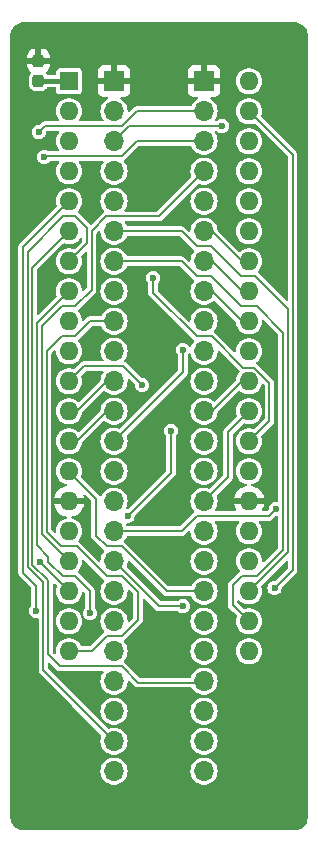
<source format=gbr>
G04 #@! TF.GenerationSoftware,KiCad,Pcbnew,8.0.4+dfsg-1*
G04 #@! TF.CreationDate,2025-01-20T20:37:50+09:00*
G04 #@! TF.ProjectId,bionic-im6100,62696f6e-6963-42d6-996d-363130302e6b,2*
G04 #@! TF.SameCoordinates,Original*
G04 #@! TF.FileFunction,Copper,L2,Bot*
G04 #@! TF.FilePolarity,Positive*
%FSLAX46Y46*%
G04 Gerber Fmt 4.6, Leading zero omitted, Abs format (unit mm)*
G04 Created by KiCad (PCBNEW 8.0.4+dfsg-1) date 2025-01-20 20:37:50*
%MOMM*%
%LPD*%
G01*
G04 APERTURE LIST*
G04 Aperture macros list*
%AMRoundRect*
0 Rectangle with rounded corners*
0 $1 Rounding radius*
0 $2 $3 $4 $5 $6 $7 $8 $9 X,Y pos of 4 corners*
0 Add a 4 corners polygon primitive as box body*
4,1,4,$2,$3,$4,$5,$6,$7,$8,$9,$2,$3,0*
0 Add four circle primitives for the rounded corners*
1,1,$1+$1,$2,$3*
1,1,$1+$1,$4,$5*
1,1,$1+$1,$6,$7*
1,1,$1+$1,$8,$9*
0 Add four rect primitives between the rounded corners*
20,1,$1+$1,$2,$3,$4,$5,0*
20,1,$1+$1,$4,$5,$6,$7,0*
20,1,$1+$1,$6,$7,$8,$9,0*
20,1,$1+$1,$8,$9,$2,$3,0*%
G04 Aperture macros list end*
G04 #@! TA.AperFunction,ComponentPad*
%ADD10R,1.600000X1.600000*%
G04 #@! TD*
G04 #@! TA.AperFunction,ComponentPad*
%ADD11O,1.600000X1.600000*%
G04 #@! TD*
G04 #@! TA.AperFunction,SMDPad,CuDef*
%ADD12RoundRect,0.237500X0.237500X-0.300000X0.237500X0.300000X-0.237500X0.300000X-0.237500X-0.300000X0*%
G04 #@! TD*
G04 #@! TA.AperFunction,ComponentPad*
%ADD13O,1.700000X1.700000*%
G04 #@! TD*
G04 #@! TA.AperFunction,ComponentPad*
%ADD14R,1.700000X1.700000*%
G04 #@! TD*
G04 #@! TA.AperFunction,ViaPad*
%ADD15C,0.600000*%
G04 #@! TD*
G04 #@! TA.AperFunction,Conductor*
%ADD16C,0.400000*%
G04 #@! TD*
G04 #@! TA.AperFunction,Conductor*
%ADD17C,0.200000*%
G04 #@! TD*
G04 APERTURE END LIST*
D10*
X106080000Y-75080000D03*
D11*
X106080000Y-77620000D03*
X106080000Y-80160000D03*
X106080000Y-82700000D03*
X106080000Y-85240000D03*
X106080000Y-87780000D03*
X106080000Y-90320000D03*
X106080000Y-92860000D03*
X106080000Y-95400000D03*
X106080000Y-97940000D03*
X106080000Y-100480000D03*
X106080000Y-103020000D03*
X106080000Y-105560000D03*
X106080000Y-108100000D03*
X106080000Y-110640000D03*
X106080000Y-113180000D03*
X106080000Y-115720000D03*
X106080000Y-118260000D03*
X106080000Y-120800000D03*
X106080000Y-123340000D03*
X121320000Y-123340000D03*
X121320000Y-120800000D03*
X121320000Y-118260000D03*
X121320000Y-115720000D03*
X121320000Y-113180000D03*
X121320000Y-110640000D03*
X121320000Y-108100000D03*
X121320000Y-105560000D03*
X121320000Y-103020000D03*
X121320000Y-100480000D03*
X121320000Y-97940000D03*
X121320000Y-95400000D03*
X121320000Y-92860000D03*
X121320000Y-90320000D03*
X121320000Y-87780000D03*
X121320000Y-85240000D03*
X121320000Y-82700000D03*
X121320000Y-80160000D03*
X121320000Y-77620000D03*
X121320000Y-75080000D03*
D12*
X103489200Y-75080000D03*
X103489200Y-73355000D03*
D13*
X117510000Y-133500000D03*
X117510000Y-130960000D03*
X117510000Y-128420000D03*
X117510000Y-125880000D03*
X117510000Y-123340000D03*
X117510000Y-120800000D03*
X117510000Y-118260000D03*
X117510000Y-115720000D03*
X117510000Y-113180000D03*
X117510000Y-110640000D03*
X117510000Y-108100000D03*
X117510000Y-105560000D03*
X117510000Y-103020000D03*
X117510000Y-100480000D03*
X117510000Y-97940000D03*
X117510000Y-95400000D03*
X117510000Y-92860000D03*
X117510000Y-90320000D03*
X117510000Y-87780000D03*
X117510000Y-85240000D03*
X117510000Y-82700000D03*
X117510000Y-80160000D03*
X117510000Y-77620000D03*
D14*
X117510000Y-75080000D03*
X109890000Y-75080000D03*
D13*
X109890000Y-77620000D03*
X109890000Y-80160000D03*
X109890000Y-82700000D03*
X109890000Y-85240000D03*
X109890000Y-87780000D03*
X109890000Y-90320000D03*
X109890000Y-92860000D03*
X109890000Y-95400000D03*
X109890000Y-97940000D03*
X109890000Y-100480000D03*
X109890000Y-103020000D03*
X109890000Y-105560000D03*
X109890000Y-108100000D03*
X109890000Y-110640000D03*
X109890000Y-113180000D03*
X109890000Y-115720000D03*
X109890000Y-118260000D03*
X109890000Y-120800000D03*
X109890000Y-123340000D03*
X109890000Y-125880000D03*
X109890000Y-128420000D03*
X109890000Y-130960000D03*
X109890000Y-133500000D03*
D15*
X123098000Y-114323000D03*
X125765000Y-103401000D03*
X103540000Y-76985000D03*
X112303000Y-82446000D03*
X107223000Y-83970000D03*
X104937000Y-99210000D03*
X107604000Y-110640000D03*
X115859000Y-101877000D03*
X122717000Y-109370000D03*
X107858000Y-116990000D03*
X115732000Y-119530000D03*
X123479000Y-118006000D03*
X114081000Y-111529000D03*
X114843000Y-116355000D03*
X114716000Y-82446000D03*
X105318000Y-72540000D03*
X123098000Y-127912000D03*
X113827000Y-122959000D03*
X107350000Y-126134000D03*
X104937000Y-127912000D03*
X103413000Y-131722000D03*
X113700000Y-132357000D03*
X111033000Y-91590000D03*
X104810000Y-91590000D03*
X107858000Y-120130000D03*
X103302000Y-119911000D03*
X113195000Y-91717000D03*
X119034000Y-78890000D03*
X103984500Y-81493500D03*
X115716000Y-97813000D03*
X123606000Y-111275000D03*
X112268000Y-100826000D03*
X111033000Y-111910000D03*
X114716000Y-104671000D03*
X103632000Y-115811998D03*
X103523750Y-79381750D03*
D16*
X106080000Y-110640000D02*
X104810000Y-110640000D01*
X121320000Y-110640000D02*
X122717000Y-110640000D01*
D17*
X111922000Y-120673000D02*
X110525000Y-122070000D01*
X110594314Y-116990000D02*
X111922000Y-118317686D01*
X106715000Y-114450000D02*
X109255000Y-116990000D01*
X105375686Y-114450000D02*
X106715000Y-114450000D01*
X111922000Y-118317686D02*
X111922000Y-120673000D01*
X109890000Y-95400000D02*
X107858000Y-95400000D01*
X109255000Y-116990000D02*
X110594314Y-116990000D01*
X104175000Y-113249314D02*
X105375686Y-114450000D01*
X105445000Y-96670000D02*
X104175000Y-97940000D01*
X110525000Y-122070000D02*
X109255000Y-122070000D01*
X104175000Y-97940000D02*
X104175000Y-113249314D01*
X106588000Y-96670000D02*
X105445000Y-96670000D01*
X107858000Y-95400000D02*
X106588000Y-96670000D01*
X109255000Y-122070000D02*
X107985000Y-123340000D01*
X107985000Y-123340000D02*
X106080000Y-123340000D01*
X115732000Y-119530000D02*
X113700000Y-119530000D01*
X113700000Y-119530000D02*
X109890000Y-115720000D01*
X123479000Y-118006000D02*
X125006000Y-116479000D01*
X125006000Y-116479000D02*
X125006000Y-81306000D01*
X125006000Y-81306000D02*
X121320000Y-77620000D01*
X109890000Y-87780000D02*
X115605000Y-87780000D01*
X118084800Y-89050000D02*
X120624800Y-91590000D01*
X115605000Y-87780000D02*
X116875000Y-89050000D01*
X116875000Y-89050000D02*
X118084800Y-89050000D01*
X124606000Y-114974000D02*
X121320000Y-118260000D01*
X120624800Y-91590000D02*
X121828000Y-91590000D01*
X121828000Y-91590000D02*
X124606000Y-94368000D01*
X124606000Y-94368000D02*
X124606000Y-114974000D01*
X121320000Y-120800000D02*
X119923000Y-119403000D01*
X119923000Y-119403000D02*
X119923000Y-117752000D01*
X120685000Y-116990000D02*
X121955000Y-116990000D01*
X119923000Y-117752000D02*
X120685000Y-116990000D01*
X121955000Y-116990000D02*
X124206000Y-114739000D01*
X124206000Y-114739000D02*
X124206000Y-96381000D01*
X116875000Y-91590000D02*
X115605000Y-90320000D01*
X124206000Y-96381000D02*
X121955000Y-94130000D01*
X121955000Y-94130000D02*
X120624800Y-94130000D01*
X120624800Y-94130000D02*
X118084800Y-91590000D01*
X118084800Y-91590000D02*
X116875000Y-91590000D01*
X115605000Y-90320000D02*
X109890000Y-90320000D01*
X116875000Y-111910000D02*
X115605000Y-113180000D01*
X115605000Y-113180000D02*
X109890000Y-113180000D01*
X123606000Y-111275000D02*
X122971000Y-111910000D01*
X122971000Y-111910000D02*
X116875000Y-111910000D01*
X115716000Y-97813000D02*
X115716000Y-99734000D01*
X115716000Y-99734000D02*
X109890000Y-105560000D01*
X111160000Y-78890000D02*
X109890000Y-80160000D01*
X119034000Y-78890000D02*
X111160000Y-78890000D01*
X105572000Y-116990000D02*
X104330500Y-115748500D01*
X106588000Y-116990000D02*
X105572000Y-116990000D01*
X107858000Y-118260000D02*
X106588000Y-116990000D01*
X107858000Y-120130000D02*
X107858000Y-118260000D01*
X104330500Y-115748500D02*
X104330500Y-115324235D01*
X104330500Y-115324235D02*
X103375000Y-114368735D01*
X103375000Y-114368735D02*
X103375000Y-95565000D01*
X103375000Y-95565000D02*
X106080000Y-92860000D01*
X117510000Y-125880000D02*
X117383000Y-126007000D01*
X117383000Y-126007000D02*
X111922000Y-126007000D01*
X111922000Y-126007000D02*
X110525000Y-124610000D01*
X102975000Y-90885000D02*
X106080000Y-87780000D01*
X110525000Y-124610000D02*
X105318000Y-124610000D01*
X105318000Y-124610000D02*
X104302000Y-123594000D01*
X104302000Y-123594000D02*
X104302000Y-117330529D01*
X104302000Y-117330529D02*
X102975000Y-116003529D01*
X102975000Y-116003529D02*
X102975000Y-90885000D01*
X103302000Y-119911000D02*
X103286000Y-119895000D01*
X103286000Y-119895000D02*
X103286000Y-117790000D01*
X103286000Y-117790000D02*
X102175000Y-116679000D01*
X102175000Y-116679000D02*
X102175000Y-89145000D01*
X102175000Y-89145000D02*
X106080000Y-85240000D01*
X109890000Y-130960000D02*
X103902000Y-124972000D01*
X103902000Y-124972000D02*
X103902000Y-117496215D01*
X106620800Y-86510000D02*
X107585000Y-87474200D01*
X103902000Y-117496215D02*
X102575000Y-116169215D01*
X102575000Y-116169215D02*
X102575000Y-89507000D01*
X107585000Y-88815000D02*
X106080000Y-90320000D01*
X102575000Y-89507000D02*
X105572000Y-86510000D01*
X105572000Y-86510000D02*
X106620800Y-86510000D01*
X107585000Y-87474200D02*
X107585000Y-88815000D01*
X117510000Y-82700000D02*
X113691000Y-86519000D01*
X113691000Y-86519000D02*
X109246000Y-86519000D01*
X103775000Y-95800000D02*
X103775000Y-113415000D01*
X109246000Y-86519000D02*
X107985000Y-87780000D01*
X107985000Y-87780000D02*
X107985000Y-92733000D01*
X107985000Y-92733000D02*
X106588000Y-94130000D01*
X106588000Y-94130000D02*
X105445000Y-94130000D01*
X105445000Y-94130000D02*
X103775000Y-95800000D01*
X103775000Y-113415000D02*
X106080000Y-115720000D01*
X117510000Y-110640000D02*
X119542000Y-108608000D01*
X119542000Y-108608000D02*
X119542000Y-104798000D01*
X119542000Y-104798000D02*
X121320000Y-103020000D01*
X117510000Y-103020000D02*
X118145000Y-103020000D01*
X118145000Y-103020000D02*
X120685000Y-100480000D01*
X120685000Y-100480000D02*
X121320000Y-100480000D01*
X117510000Y-118260000D02*
X114335000Y-118260000D01*
X109266500Y-114461500D02*
X108366000Y-113561000D01*
X114335000Y-118260000D02*
X110536500Y-114461500D01*
X110536500Y-114461500D02*
X109266500Y-114461500D01*
X108366000Y-110417750D02*
X106080000Y-108131750D01*
X108366000Y-113561000D02*
X108366000Y-110417750D01*
X106080000Y-108131750D02*
X106080000Y-108100000D01*
X114716000Y-108227000D02*
X111033000Y-111910000D01*
X114716000Y-104671000D02*
X114716000Y-108227000D01*
X113195000Y-91717000D02*
X113195000Y-92990000D01*
X113195000Y-92990000D02*
X116875000Y-96670000D01*
X121766000Y-99329800D02*
X123041000Y-100604800D01*
X116875000Y-96670000D02*
X118145000Y-96670000D01*
X118145000Y-96670000D02*
X120804800Y-99329800D01*
X120804800Y-99329800D02*
X121766000Y-99329800D01*
X123041000Y-100604800D02*
X123041000Y-103839000D01*
X123041000Y-103839000D02*
X121320000Y-105560000D01*
X117510000Y-92860000D02*
X118145000Y-92860000D01*
X118145000Y-92860000D02*
X120685000Y-95400000D01*
X120685000Y-95400000D02*
X121320000Y-95400000D01*
X117510000Y-87780000D02*
X118145000Y-87780000D01*
X118145000Y-87780000D02*
X120685000Y-90320000D01*
X120685000Y-90320000D02*
X121320000Y-90320000D01*
X117510000Y-90320000D02*
X118145000Y-90320000D01*
X118145000Y-90320000D02*
X120685000Y-92860000D01*
X120685000Y-92860000D02*
X121320000Y-92860000D01*
X112268000Y-100826000D02*
X110652000Y-99210000D01*
X110652000Y-99210000D02*
X107350000Y-99210000D01*
X107350000Y-99210000D02*
X106080000Y-100480000D01*
X109890000Y-103020000D02*
X109255000Y-103020000D01*
X109255000Y-103020000D02*
X106715000Y-105560000D01*
X106715000Y-105560000D02*
X106080000Y-105560000D01*
X109890000Y-100480000D02*
X109255000Y-100480000D01*
X109255000Y-100480000D02*
X106715000Y-103020000D01*
X106715000Y-103020000D02*
X106080000Y-103020000D01*
X103632000Y-115811998D02*
X103632000Y-115812000D01*
X103632000Y-115812000D02*
X106080000Y-118260000D01*
X103523750Y-79381750D02*
X104015500Y-78890000D01*
X104015500Y-78890000D02*
X110525000Y-78890000D01*
X110525000Y-78890000D02*
X111795000Y-77620000D01*
X111795000Y-77620000D02*
X117510000Y-77620000D01*
X110525000Y-81430000D02*
X111795000Y-80160000D01*
X103984500Y-81493500D02*
X104048000Y-81430000D01*
X104048000Y-81430000D02*
X110525000Y-81430000D01*
X111795000Y-80160000D02*
X117510000Y-80160000D01*
D16*
X103489200Y-75080000D02*
X106080000Y-75080000D01*
G04 #@! TA.AperFunction,Conductor*
G36*
X107323275Y-115634597D02*
G01*
X107354130Y-115655523D01*
X108934520Y-117235913D01*
X108934519Y-117235913D01*
X109009085Y-117310478D01*
X109009087Y-117310480D01*
X109023318Y-117318696D01*
X109064258Y-117364164D01*
X109070655Y-117425014D01*
X109040517Y-117477591D01*
X109036131Y-117481589D01*
X109036128Y-117481592D01*
X108907640Y-117651736D01*
X108907630Y-117651752D01*
X108812596Y-117842608D01*
X108812595Y-117842611D01*
X108810709Y-117849241D01*
X108754244Y-118047688D01*
X108734571Y-118260000D01*
X108754244Y-118472311D01*
X108769118Y-118524586D01*
X108812595Y-118677389D01*
X108907634Y-118868255D01*
X109036128Y-119038407D01*
X109036135Y-119038413D01*
X109193692Y-119182047D01*
X109193699Y-119182053D01*
X109241397Y-119211586D01*
X109374981Y-119294298D01*
X109573802Y-119371321D01*
X109783390Y-119410500D01*
X109996610Y-119410500D01*
X110206198Y-119371321D01*
X110405019Y-119294298D01*
X110586302Y-119182052D01*
X110743872Y-119038407D01*
X110872366Y-118868255D01*
X110967405Y-118677389D01*
X111025756Y-118472310D01*
X111045429Y-118260000D01*
X111044942Y-118254742D01*
X111058398Y-118195054D01*
X111104367Y-118154676D01*
X111165291Y-118149029D01*
X111213521Y-118175600D01*
X111292664Y-118254742D01*
X111492504Y-118454582D01*
X111520281Y-118509099D01*
X111521500Y-118524586D01*
X111521500Y-120466098D01*
X111502593Y-120524289D01*
X111492503Y-120536102D01*
X111210085Y-120818519D01*
X111155569Y-120846296D01*
X111095137Y-120836725D01*
X111051872Y-120793460D01*
X111041505Y-120757652D01*
X111025756Y-120587690D01*
X110967405Y-120382611D01*
X110872366Y-120191745D01*
X110743872Y-120021593D01*
X110674417Y-119958276D01*
X110586307Y-119877952D01*
X110586300Y-119877946D01*
X110405024Y-119765705D01*
X110405019Y-119765702D01*
X110330863Y-119736974D01*
X110206198Y-119688679D01*
X110206197Y-119688678D01*
X110206195Y-119688678D01*
X109996610Y-119649500D01*
X109783390Y-119649500D01*
X109573804Y-119688678D01*
X109374980Y-119765702D01*
X109374975Y-119765705D01*
X109193699Y-119877946D01*
X109193692Y-119877952D01*
X109036135Y-120021586D01*
X109036131Y-120021589D01*
X109036128Y-120021593D01*
X109036125Y-120021597D01*
X108907635Y-120191743D01*
X108907630Y-120191752D01*
X108812596Y-120382608D01*
X108754244Y-120587688D01*
X108754244Y-120587689D01*
X108754244Y-120587690D01*
X108734571Y-120800000D01*
X108754244Y-121012310D01*
X108812595Y-121217389D01*
X108907634Y-121408255D01*
X109036128Y-121578407D01*
X109040511Y-121582403D01*
X109070779Y-121635576D01*
X109064011Y-121696386D01*
X109023321Y-121741301D01*
X109009089Y-121749518D01*
X107848103Y-122910504D01*
X107793586Y-122938281D01*
X107778099Y-122939500D01*
X107171258Y-122939500D01*
X107113067Y-122920593D01*
X107082637Y-122884628D01*
X107019676Y-122758186D01*
X107019673Y-122758179D01*
X106896764Y-122595421D01*
X106746041Y-122458019D01*
X106572637Y-122350652D01*
X106382456Y-122276976D01*
X106382455Y-122276975D01*
X106382453Y-122276975D01*
X106181976Y-122239500D01*
X105978024Y-122239500D01*
X105777546Y-122276975D01*
X105707632Y-122304059D01*
X105587363Y-122350652D01*
X105478676Y-122417948D01*
X105413959Y-122458019D01*
X105263237Y-122595420D01*
X105140328Y-122758177D01*
X105140323Y-122758186D01*
X105058450Y-122922611D01*
X105049418Y-122940750D01*
X104993603Y-123136917D01*
X104974785Y-123340000D01*
X104980584Y-123402586D01*
X104986292Y-123464179D01*
X104972834Y-123523866D01*
X104926864Y-123564243D01*
X104865939Y-123569889D01*
X104817710Y-123543317D01*
X104731496Y-123457103D01*
X104703719Y-123402586D01*
X104702500Y-123387099D01*
X104702500Y-120800000D01*
X104974785Y-120800000D01*
X104993603Y-121003083D01*
X105049418Y-121199250D01*
X105140327Y-121381821D01*
X105263236Y-121544579D01*
X105413959Y-121681981D01*
X105587363Y-121789348D01*
X105777544Y-121863024D01*
X105978024Y-121900500D01*
X106181976Y-121900500D01*
X106382456Y-121863024D01*
X106572637Y-121789348D01*
X106746041Y-121681981D01*
X106896764Y-121544579D01*
X107019673Y-121381821D01*
X107110582Y-121199250D01*
X107166397Y-121003083D01*
X107185215Y-120800000D01*
X107166397Y-120596917D01*
X107119379Y-120431668D01*
X107120840Y-120392151D01*
X107115200Y-120389986D01*
X107088887Y-120357181D01*
X107019673Y-120218179D01*
X106896764Y-120055421D01*
X106746041Y-119918019D01*
X106572637Y-119810652D01*
X106382456Y-119736976D01*
X106382455Y-119736975D01*
X106382453Y-119736975D01*
X106181976Y-119699500D01*
X105978024Y-119699500D01*
X105777546Y-119736975D01*
X105707632Y-119764059D01*
X105587363Y-119810652D01*
X105413959Y-119918019D01*
X105263236Y-120055421D01*
X105223388Y-120108188D01*
X105140328Y-120218177D01*
X105140323Y-120218186D01*
X105049419Y-120400747D01*
X105049418Y-120400750D01*
X104993603Y-120596917D01*
X104974785Y-120800000D01*
X104702500Y-120800000D01*
X104702500Y-117687901D01*
X104721407Y-117629710D01*
X104770907Y-117593746D01*
X104832093Y-117593746D01*
X104871504Y-117617897D01*
X105022663Y-117769056D01*
X105050440Y-117823573D01*
X105047880Y-117866152D01*
X104993603Y-118056915D01*
X104980803Y-118195054D01*
X104974785Y-118260000D01*
X104993603Y-118463083D01*
X105049418Y-118659250D01*
X105140327Y-118841821D01*
X105263236Y-119004579D01*
X105413959Y-119141981D01*
X105587363Y-119249348D01*
X105777544Y-119323024D01*
X105978024Y-119360500D01*
X106181976Y-119360500D01*
X106382456Y-119323024D01*
X106572637Y-119249348D01*
X106746041Y-119141981D01*
X106896764Y-119004579D01*
X107019673Y-118841821D01*
X107110582Y-118659250D01*
X107166397Y-118463083D01*
X107174779Y-118372619D01*
X107198974Y-118316425D01*
X107251581Y-118285181D01*
X107312505Y-118290826D01*
X107343360Y-118311753D01*
X107428504Y-118396897D01*
X107456281Y-118451414D01*
X107457500Y-118466901D01*
X107457500Y-119632929D01*
X107438593Y-119691120D01*
X107431276Y-119699687D01*
X107333462Y-119827160D01*
X107333462Y-119827161D01*
X107272957Y-119973233D01*
X107272955Y-119973241D01*
X107252318Y-120129999D01*
X107252318Y-120130000D01*
X107272956Y-120286766D01*
X107273136Y-120287436D01*
X107273110Y-120287931D01*
X107273803Y-120293195D01*
X107272827Y-120293323D01*
X107271163Y-120325025D01*
X107275710Y-120326691D01*
X107306064Y-120366693D01*
X107320170Y-120400747D01*
X107333464Y-120432841D01*
X107429718Y-120558282D01*
X107555159Y-120654536D01*
X107701238Y-120715044D01*
X107818809Y-120730522D01*
X107857999Y-120735682D01*
X107858000Y-120735682D01*
X107858001Y-120735682D01*
X107889352Y-120731554D01*
X108014762Y-120715044D01*
X108160841Y-120654536D01*
X108286282Y-120558282D01*
X108382536Y-120432841D01*
X108443044Y-120286762D01*
X108463682Y-120130000D01*
X108443044Y-119973238D01*
X108382537Y-119827161D01*
X108382537Y-119827160D01*
X108282332Y-119696570D01*
X108283713Y-119695509D01*
X108259719Y-119648416D01*
X108258500Y-119632929D01*
X108258500Y-118207274D01*
X108258500Y-118207273D01*
X108246664Y-118163099D01*
X108231207Y-118105412D01*
X108231204Y-118105406D01*
X108178483Y-118014091D01*
X108178481Y-118014089D01*
X108178480Y-118014087D01*
X106833913Y-116669520D01*
X106833910Y-116669518D01*
X106829991Y-116665599D01*
X106802214Y-116611082D01*
X106811785Y-116550650D01*
X106833297Y-116522436D01*
X106896764Y-116464579D01*
X107019673Y-116301821D01*
X107110582Y-116119250D01*
X107166397Y-115923083D01*
X107185215Y-115720000D01*
X107185214Y-115719993D01*
X107185548Y-115716393D01*
X107209744Y-115660195D01*
X107262351Y-115628951D01*
X107323275Y-115634597D01*
G37*
G04 #@! TD.AperFunction*
G04 #@! TA.AperFunction,Conductor*
G36*
X107453297Y-110074014D02*
G01*
X107467945Y-110086088D01*
X107936504Y-110554647D01*
X107964281Y-110609164D01*
X107965500Y-110624651D01*
X107965500Y-113508273D01*
X107965500Y-113613727D01*
X107971300Y-113635372D01*
X107992794Y-113715592D01*
X108045516Y-113806908D01*
X108045517Y-113806909D01*
X108045518Y-113806910D01*
X108045520Y-113806913D01*
X108519107Y-114280500D01*
X108946019Y-114707412D01*
X108946020Y-114707413D01*
X108946019Y-114707413D01*
X109020589Y-114781982D01*
X109025733Y-114785929D01*
X109024882Y-114787036D01*
X109060993Y-114827136D01*
X109067392Y-114887985D01*
X109038810Y-114937853D01*
X109039208Y-114938216D01*
X109037578Y-114940002D01*
X109037259Y-114940561D01*
X109036138Y-114941583D01*
X109036132Y-114941588D01*
X109036128Y-114941593D01*
X109036125Y-114941597D01*
X108907635Y-115111743D01*
X108907630Y-115111752D01*
X108812596Y-115302608D01*
X108754244Y-115507688D01*
X108738495Y-115677651D01*
X108714299Y-115733849D01*
X108661691Y-115765092D01*
X108600767Y-115759446D01*
X108569913Y-115738520D01*
X107767021Y-114935628D01*
X106960913Y-114129520D01*
X106951832Y-114124277D01*
X106901242Y-114095068D01*
X106860302Y-114049598D01*
X106853907Y-113988748D01*
X106884047Y-113936171D01*
X106896764Y-113924579D01*
X107019673Y-113761821D01*
X107110582Y-113579250D01*
X107166397Y-113383083D01*
X107185215Y-113180000D01*
X107166397Y-112976917D01*
X107110582Y-112780750D01*
X107019673Y-112598179D01*
X106896764Y-112435421D01*
X106746041Y-112298019D01*
X106572637Y-112190652D01*
X106425283Y-112133567D01*
X106382454Y-112116975D01*
X106344582Y-112109896D01*
X106290857Y-112080618D01*
X106264601Y-112025352D01*
X106275844Y-111965209D01*
X106320292Y-111923160D01*
X106337151Y-111916955D01*
X106526324Y-111866266D01*
X106732481Y-111770134D01*
X106918811Y-111639665D01*
X107079665Y-111478811D01*
X107210134Y-111292481D01*
X107306266Y-111086323D01*
X107358872Y-110890000D01*
X106395686Y-110890000D01*
X106400080Y-110885606D01*
X106452741Y-110794394D01*
X106480000Y-110692661D01*
X106480000Y-110587339D01*
X106452741Y-110485606D01*
X106400080Y-110394394D01*
X106395686Y-110390000D01*
X107358872Y-110390000D01*
X107306267Y-110193677D01*
X107304913Y-110189957D01*
X107302775Y-110128809D01*
X107336986Y-110078082D01*
X107394480Y-110057153D01*
X107453297Y-110074014D01*
G37*
G04 #@! TD.AperFunction*
G04 #@! TA.AperFunction,Conductor*
G36*
X108684862Y-87743272D02*
G01*
X108728127Y-87786537D01*
X108738495Y-87822347D01*
X108748350Y-87928708D01*
X108754244Y-87992310D01*
X108812595Y-88197389D01*
X108907634Y-88388255D01*
X109036128Y-88558407D01*
X109036135Y-88558413D01*
X109193692Y-88702047D01*
X109193699Y-88702053D01*
X109238060Y-88729520D01*
X109374981Y-88814298D01*
X109573802Y-88891321D01*
X109783390Y-88930500D01*
X109996610Y-88930500D01*
X110206198Y-88891321D01*
X110405019Y-88814298D01*
X110586302Y-88702052D01*
X110743872Y-88558407D01*
X110872366Y-88388255D01*
X110948492Y-88235372D01*
X110991354Y-88191710D01*
X111037113Y-88180500D01*
X115398099Y-88180500D01*
X115456290Y-88199407D01*
X115468103Y-88209496D01*
X116629087Y-89370480D01*
X116629089Y-89370481D01*
X116643316Y-89378695D01*
X116684257Y-89424164D01*
X116690654Y-89485014D01*
X116660521Y-89537587D01*
X116656130Y-89541590D01*
X116656128Y-89541592D01*
X116527640Y-89711736D01*
X116527630Y-89711752D01*
X116432596Y-89902608D01*
X116374244Y-90107688D01*
X116358495Y-90277651D01*
X116334299Y-90333849D01*
X116281691Y-90365092D01*
X116220767Y-90359446D01*
X116189914Y-90338520D01*
X115850913Y-89999520D01*
X115850908Y-89999516D01*
X115759591Y-89946794D01*
X115759593Y-89946794D01*
X115720070Y-89936204D01*
X115657727Y-89919500D01*
X115657725Y-89919500D01*
X111037113Y-89919500D01*
X110978922Y-89900593D01*
X110948492Y-89864628D01*
X110872369Y-89711752D01*
X110872366Y-89711745D01*
X110743872Y-89541593D01*
X110630260Y-89438021D01*
X110586307Y-89397952D01*
X110586300Y-89397946D01*
X110405024Y-89285705D01*
X110405019Y-89285702D01*
X110353078Y-89265580D01*
X110206198Y-89208679D01*
X110206197Y-89208678D01*
X110206195Y-89208678D01*
X109996610Y-89169500D01*
X109783390Y-89169500D01*
X109573804Y-89208678D01*
X109374980Y-89285702D01*
X109374975Y-89285705D01*
X109193699Y-89397946D01*
X109193692Y-89397952D01*
X109036135Y-89541586D01*
X109036131Y-89541589D01*
X109036128Y-89541593D01*
X109036125Y-89541597D01*
X108907635Y-89711743D01*
X108907630Y-89711752D01*
X108812596Y-89902608D01*
X108754244Y-90107688D01*
X108754244Y-90107690D01*
X108734571Y-90320000D01*
X108754244Y-90532310D01*
X108812595Y-90737389D01*
X108907634Y-90928255D01*
X109036128Y-91098407D01*
X109106734Y-91162773D01*
X109193692Y-91242047D01*
X109193699Y-91242053D01*
X109238060Y-91269520D01*
X109374981Y-91354298D01*
X109573802Y-91431321D01*
X109783390Y-91470500D01*
X109996610Y-91470500D01*
X110206198Y-91431321D01*
X110405019Y-91354298D01*
X110586302Y-91242052D01*
X110743872Y-91098407D01*
X110872366Y-90928255D01*
X110948492Y-90775372D01*
X110991354Y-90731710D01*
X111037113Y-90720500D01*
X115398099Y-90720500D01*
X115456290Y-90739407D01*
X115468103Y-90749496D01*
X116629087Y-91910480D01*
X116629089Y-91910481D01*
X116643316Y-91918695D01*
X116684257Y-91964164D01*
X116690654Y-92025014D01*
X116660521Y-92077587D01*
X116656130Y-92081590D01*
X116656128Y-92081592D01*
X116527640Y-92251736D01*
X116527630Y-92251752D01*
X116432596Y-92442608D01*
X116374244Y-92647688D01*
X116354571Y-92860000D01*
X116359366Y-92911753D01*
X116374244Y-93072310D01*
X116432595Y-93277389D01*
X116527634Y-93468255D01*
X116656128Y-93638407D01*
X116656135Y-93638413D01*
X116813692Y-93782047D01*
X116813699Y-93782053D01*
X116858057Y-93809518D01*
X116994981Y-93894298D01*
X117193802Y-93971321D01*
X117403390Y-94010500D01*
X117616610Y-94010500D01*
X117826198Y-93971321D01*
X118025019Y-93894298D01*
X118206302Y-93782052D01*
X118290426Y-93705361D01*
X118346166Y-93680131D01*
X118406092Y-93692483D01*
X118427126Y-93708519D01*
X120199331Y-95480724D01*
X120227108Y-95535241D01*
X120227905Y-95541592D01*
X120233603Y-95603084D01*
X120255799Y-95681095D01*
X120289418Y-95799250D01*
X120380327Y-95981821D01*
X120503236Y-96144579D01*
X120653959Y-96281981D01*
X120827363Y-96389348D01*
X121017544Y-96463024D01*
X121218024Y-96500500D01*
X121421976Y-96500500D01*
X121622456Y-96463024D01*
X121812637Y-96389348D01*
X121986041Y-96281981D01*
X122136764Y-96144579D01*
X122259673Y-95981821D01*
X122350582Y-95799250D01*
X122406397Y-95603083D01*
X122425215Y-95400000D01*
X122425214Y-95399992D01*
X122425548Y-95396392D01*
X122449744Y-95340194D01*
X122502351Y-95308950D01*
X122563275Y-95314596D01*
X122594130Y-95335522D01*
X123776504Y-96517896D01*
X123804281Y-96572413D01*
X123805500Y-96587900D01*
X123805500Y-110582694D01*
X123786593Y-110640885D01*
X123737093Y-110676849D01*
X123693579Y-110680847D01*
X123606002Y-110669318D01*
X123605999Y-110669318D01*
X123449241Y-110689955D01*
X123449233Y-110689957D01*
X123303161Y-110750462D01*
X123303160Y-110750462D01*
X123177723Y-110846713D01*
X123177713Y-110846723D01*
X123081462Y-110972160D01*
X123081462Y-110972161D01*
X123020957Y-111118233D01*
X123020955Y-111118241D01*
X122999471Y-111281433D01*
X122997743Y-111281205D01*
X122981411Y-111331472D01*
X122971322Y-111343284D01*
X122834104Y-111480503D01*
X122779587Y-111508281D01*
X122764100Y-111509500D01*
X122488354Y-111509500D01*
X122430163Y-111490593D01*
X122394199Y-111441093D01*
X122394199Y-111379907D01*
X122407258Y-111353716D01*
X122450134Y-111292481D01*
X122546266Y-111086323D01*
X122598872Y-110890000D01*
X121635686Y-110890000D01*
X121640080Y-110885606D01*
X121692741Y-110794394D01*
X121720000Y-110692661D01*
X121720000Y-110587339D01*
X121692741Y-110485606D01*
X121640080Y-110394394D01*
X121635686Y-110390000D01*
X122598872Y-110390000D01*
X122546266Y-110193676D01*
X122450134Y-109987518D01*
X122319665Y-109801188D01*
X122158811Y-109640334D01*
X121972481Y-109509865D01*
X121766323Y-109413733D01*
X121577151Y-109363044D01*
X121525836Y-109329720D01*
X121503910Y-109272598D01*
X121519746Y-109213498D01*
X121567296Y-109174992D01*
X121584568Y-109170106D01*
X121622456Y-109163024D01*
X121812637Y-109089348D01*
X121986041Y-108981981D01*
X122136764Y-108844579D01*
X122259673Y-108681821D01*
X122350582Y-108499250D01*
X122406397Y-108303083D01*
X122425215Y-108100000D01*
X122406397Y-107896917D01*
X122350582Y-107700750D01*
X122259673Y-107518179D01*
X122136764Y-107355421D01*
X121986041Y-107218019D01*
X121812637Y-107110652D01*
X121622456Y-107036976D01*
X121622455Y-107036975D01*
X121622453Y-107036975D01*
X121421976Y-106999500D01*
X121218024Y-106999500D01*
X121017546Y-107036975D01*
X120947632Y-107064059D01*
X120827363Y-107110652D01*
X120718676Y-107177948D01*
X120653959Y-107218019D01*
X120503237Y-107355420D01*
X120380328Y-107518177D01*
X120380323Y-107518186D01*
X120298450Y-107682611D01*
X120289418Y-107700750D01*
X120233603Y-107896917D01*
X120214785Y-108100000D01*
X120233603Y-108303083D01*
X120281924Y-108472913D01*
X120289419Y-108499252D01*
X120369823Y-108660727D01*
X120380327Y-108681821D01*
X120503236Y-108844579D01*
X120653959Y-108981981D01*
X120827363Y-109089348D01*
X121017544Y-109163024D01*
X121055418Y-109170103D01*
X121109141Y-109199380D01*
X121135398Y-109254645D01*
X121124156Y-109314789D01*
X121079709Y-109356838D01*
X121062848Y-109363044D01*
X120873676Y-109413733D01*
X120667518Y-109509865D01*
X120481188Y-109640334D01*
X120320334Y-109801188D01*
X120189865Y-109987518D01*
X120093733Y-110193676D01*
X120041128Y-110390000D01*
X121004314Y-110390000D01*
X120999920Y-110394394D01*
X120947259Y-110485606D01*
X120920000Y-110587339D01*
X120920000Y-110692661D01*
X120947259Y-110794394D01*
X120999920Y-110885606D01*
X121004314Y-110890000D01*
X120041128Y-110890000D01*
X120093733Y-111086323D01*
X120189865Y-111292481D01*
X120232742Y-111353716D01*
X120250631Y-111412228D01*
X120230711Y-111470080D01*
X120180591Y-111505174D01*
X120151646Y-111509500D01*
X118493901Y-111509500D01*
X118435710Y-111490593D01*
X118399746Y-111441093D01*
X118399746Y-111379907D01*
X118414897Y-111350839D01*
X118492366Y-111248255D01*
X118587405Y-111057389D01*
X118645756Y-110852310D01*
X118665429Y-110640000D01*
X118645756Y-110427690D01*
X118587405Y-110222611D01*
X118587401Y-110222604D01*
X118585752Y-110218344D01*
X118587132Y-110217809D01*
X118579019Y-110163364D01*
X118606648Y-110109743D01*
X119862480Y-108853913D01*
X119915207Y-108762588D01*
X119942500Y-108660727D01*
X119942500Y-108555273D01*
X119942500Y-105004899D01*
X119961407Y-104946708D01*
X119971490Y-104934901D01*
X120831974Y-104074416D01*
X120886489Y-104046641D01*
X120937738Y-104052106D01*
X121017544Y-104083024D01*
X121218024Y-104120500D01*
X121421976Y-104120500D01*
X121622456Y-104083024D01*
X121812637Y-104009348D01*
X121986041Y-103901981D01*
X122136764Y-103764579D01*
X122259673Y-103601821D01*
X122350582Y-103419250D01*
X122406397Y-103223083D01*
X122425215Y-103020000D01*
X122406397Y-102816917D01*
X122350582Y-102620750D01*
X122259673Y-102438179D01*
X122136764Y-102275421D01*
X121986041Y-102138019D01*
X121812637Y-102030652D01*
X121622456Y-101956976D01*
X121622455Y-101956975D01*
X121622453Y-101956975D01*
X121421976Y-101919500D01*
X121218024Y-101919500D01*
X121017546Y-101956975D01*
X120947632Y-101984059D01*
X120827363Y-102030652D01*
X120718678Y-102097947D01*
X120653959Y-102138019D01*
X120503237Y-102275420D01*
X120380328Y-102438177D01*
X120380323Y-102438186D01*
X120298450Y-102602611D01*
X120289418Y-102620750D01*
X120233603Y-102816917D01*
X120214785Y-103020000D01*
X120233603Y-103223083D01*
X120236229Y-103232311D01*
X120287880Y-103413845D01*
X120285619Y-103474989D01*
X120262663Y-103510941D01*
X119221520Y-104552086D01*
X119221516Y-104552091D01*
X119168793Y-104643411D01*
X119168792Y-104643411D01*
X119168793Y-104643412D01*
X119141500Y-104745273D01*
X119141500Y-108401098D01*
X119122593Y-108459289D01*
X119112504Y-108471102D01*
X118036673Y-109546932D01*
X117982156Y-109574709D01*
X117930907Y-109569243D01*
X117826198Y-109528679D01*
X117826197Y-109528678D01*
X117826195Y-109528678D01*
X117616610Y-109489500D01*
X117403390Y-109489500D01*
X117193804Y-109528678D01*
X116994980Y-109605702D01*
X116994975Y-109605705D01*
X116813699Y-109717946D01*
X116813692Y-109717952D01*
X116656135Y-109861586D01*
X116656131Y-109861589D01*
X116656128Y-109861593D01*
X116656125Y-109861597D01*
X116527635Y-110031743D01*
X116527630Y-110031752D01*
X116432596Y-110222608D01*
X116374244Y-110427688D01*
X116374244Y-110427690D01*
X116354571Y-110640000D01*
X116374244Y-110852310D01*
X116432595Y-111057389D01*
X116527634Y-111248255D01*
X116656128Y-111418407D01*
X116660511Y-111422403D01*
X116690779Y-111475576D01*
X116684011Y-111536386D01*
X116643321Y-111581301D01*
X116629089Y-111589518D01*
X115468103Y-112750504D01*
X115413586Y-112778281D01*
X115398099Y-112779500D01*
X111037113Y-112779500D01*
X110978922Y-112760593D01*
X110948492Y-112724628D01*
X110914163Y-112655686D01*
X110905150Y-112595168D01*
X110933430Y-112540911D01*
X110988201Y-112513638D01*
X111015704Y-112513405D01*
X111033000Y-112515682D01*
X111189762Y-112495044D01*
X111335841Y-112434536D01*
X111461282Y-112338282D01*
X111557536Y-112212841D01*
X111618044Y-112066762D01*
X111638682Y-111910000D01*
X111638682Y-111909999D01*
X111639529Y-111903567D01*
X111641256Y-111903794D01*
X111657589Y-111853526D01*
X111667672Y-111841719D01*
X114961910Y-108547481D01*
X114961913Y-108547480D01*
X115036480Y-108472913D01*
X115089207Y-108381587D01*
X115107770Y-108312310D01*
X115116501Y-108279727D01*
X115116501Y-108174273D01*
X115116501Y-108168211D01*
X115116500Y-108168193D01*
X115116500Y-108100000D01*
X116354571Y-108100000D01*
X116374244Y-108312310D01*
X116432595Y-108517389D01*
X116527634Y-108708255D01*
X116656128Y-108878407D01*
X116656135Y-108878413D01*
X116813692Y-109022047D01*
X116813699Y-109022053D01*
X116917389Y-109086255D01*
X116994981Y-109134298D01*
X117193802Y-109211321D01*
X117403390Y-109250500D01*
X117616610Y-109250500D01*
X117826198Y-109211321D01*
X118025019Y-109134298D01*
X118206302Y-109022052D01*
X118363872Y-108878407D01*
X118492366Y-108708255D01*
X118587405Y-108517389D01*
X118645756Y-108312310D01*
X118665429Y-108100000D01*
X118645756Y-107887690D01*
X118587405Y-107682611D01*
X118492366Y-107491745D01*
X118363872Y-107321593D01*
X118309623Y-107272139D01*
X118206307Y-107177952D01*
X118206300Y-107177946D01*
X118025024Y-107065705D01*
X118025019Y-107065702D01*
X117826195Y-106988678D01*
X117616610Y-106949500D01*
X117403390Y-106949500D01*
X117193804Y-106988678D01*
X116994980Y-107065702D01*
X116994975Y-107065705D01*
X116813699Y-107177946D01*
X116813692Y-107177952D01*
X116656135Y-107321586D01*
X116656131Y-107321589D01*
X116656128Y-107321593D01*
X116656125Y-107321597D01*
X116527635Y-107491743D01*
X116527630Y-107491752D01*
X116432596Y-107682608D01*
X116374244Y-107887688D01*
X116374244Y-107887690D01*
X116354571Y-108100000D01*
X115116500Y-108100000D01*
X115116500Y-105560000D01*
X116354571Y-105560000D01*
X116374244Y-105772310D01*
X116432595Y-105977389D01*
X116527634Y-106168255D01*
X116656128Y-106338407D01*
X116656135Y-106338413D01*
X116813692Y-106482047D01*
X116813699Y-106482053D01*
X116917389Y-106546255D01*
X116994981Y-106594298D01*
X117193802Y-106671321D01*
X117403390Y-106710500D01*
X117616610Y-106710500D01*
X117826198Y-106671321D01*
X118025019Y-106594298D01*
X118206302Y-106482052D01*
X118363872Y-106338407D01*
X118492366Y-106168255D01*
X118587405Y-105977389D01*
X118645756Y-105772310D01*
X118665429Y-105560000D01*
X118645756Y-105347690D01*
X118587405Y-105142611D01*
X118492366Y-104951745D01*
X118363872Y-104781593D01*
X118250260Y-104678021D01*
X118206307Y-104637952D01*
X118206300Y-104637946D01*
X118025024Y-104525705D01*
X118025019Y-104525702D01*
X117945016Y-104494709D01*
X117826198Y-104448679D01*
X117826197Y-104448678D01*
X117826195Y-104448678D01*
X117616610Y-104409500D01*
X117403390Y-104409500D01*
X117193804Y-104448678D01*
X116994980Y-104525702D01*
X116994975Y-104525705D01*
X116813699Y-104637946D01*
X116813692Y-104637952D01*
X116656135Y-104781586D01*
X116656131Y-104781589D01*
X116656128Y-104781593D01*
X116656125Y-104781597D01*
X116527635Y-104951743D01*
X116527630Y-104951752D01*
X116432596Y-105142608D01*
X116374244Y-105347688D01*
X116374244Y-105347690D01*
X116354571Y-105560000D01*
X115116500Y-105560000D01*
X115116500Y-105168071D01*
X115135407Y-105109880D01*
X115142715Y-105101324D01*
X115167475Y-105069056D01*
X115240536Y-104973841D01*
X115301044Y-104827762D01*
X115321682Y-104671000D01*
X115301044Y-104514238D01*
X115293894Y-104496976D01*
X115240537Y-104368161D01*
X115240537Y-104368160D01*
X115144286Y-104242723D01*
X115144285Y-104242722D01*
X115144282Y-104242718D01*
X115144277Y-104242714D01*
X115144276Y-104242713D01*
X115018838Y-104146462D01*
X114872766Y-104085957D01*
X114872758Y-104085955D01*
X114716001Y-104065318D01*
X114715999Y-104065318D01*
X114559241Y-104085955D01*
X114559233Y-104085957D01*
X114413161Y-104146462D01*
X114413160Y-104146462D01*
X114287723Y-104242713D01*
X114287713Y-104242723D01*
X114191462Y-104368160D01*
X114191462Y-104368161D01*
X114130957Y-104514233D01*
X114130955Y-104514241D01*
X114110318Y-104670999D01*
X114110318Y-104671000D01*
X114130955Y-104827758D01*
X114130957Y-104827766D01*
X114191462Y-104973838D01*
X114191462Y-104973839D01*
X114291668Y-105104431D01*
X114290283Y-105105493D01*
X114314279Y-105152569D01*
X114315500Y-105168071D01*
X114315500Y-108020098D01*
X114296593Y-108078289D01*
X114286504Y-108090102D01*
X111101284Y-111275322D01*
X111046767Y-111303099D01*
X111035546Y-111303982D01*
X111015703Y-111306594D01*
X110955543Y-111295442D01*
X110913427Y-111251059D01*
X110905442Y-111190397D01*
X110914161Y-111164317D01*
X110967405Y-111057389D01*
X111025756Y-110852310D01*
X111045429Y-110640000D01*
X111025756Y-110427690D01*
X110967405Y-110222611D01*
X110872366Y-110031745D01*
X110743872Y-109861593D01*
X110677611Y-109801188D01*
X110586307Y-109717952D01*
X110586300Y-109717946D01*
X110405024Y-109605705D01*
X110405019Y-109605702D01*
X110325016Y-109574709D01*
X110206198Y-109528679D01*
X110206197Y-109528678D01*
X110206195Y-109528678D01*
X109996610Y-109489500D01*
X109783390Y-109489500D01*
X109573804Y-109528678D01*
X109374980Y-109605702D01*
X109374975Y-109605705D01*
X109193699Y-109717946D01*
X109193692Y-109717952D01*
X109036135Y-109861586D01*
X109036131Y-109861589D01*
X109036128Y-109861593D01*
X109036125Y-109861597D01*
X108907635Y-110031743D01*
X108907630Y-110031752D01*
X108848881Y-110149738D01*
X108806019Y-110193400D01*
X108745678Y-110203530D01*
X108690907Y-110176258D01*
X108690256Y-110175614D01*
X108686481Y-110171839D01*
X108686480Y-110171837D01*
X107128808Y-108614165D01*
X107101031Y-108559648D01*
X107109618Y-108503784D01*
X107108929Y-108503517D01*
X107110141Y-108500388D01*
X107110197Y-108500022D01*
X107110582Y-108499250D01*
X107166397Y-108303083D01*
X107185215Y-108100000D01*
X108734571Y-108100000D01*
X108754244Y-108312310D01*
X108812595Y-108517389D01*
X108907634Y-108708255D01*
X109036128Y-108878407D01*
X109036135Y-108878413D01*
X109193692Y-109022047D01*
X109193699Y-109022053D01*
X109297389Y-109086255D01*
X109374981Y-109134298D01*
X109573802Y-109211321D01*
X109783390Y-109250500D01*
X109996610Y-109250500D01*
X110206198Y-109211321D01*
X110405019Y-109134298D01*
X110586302Y-109022052D01*
X110743872Y-108878407D01*
X110872366Y-108708255D01*
X110967405Y-108517389D01*
X111025756Y-108312310D01*
X111045429Y-108100000D01*
X111025756Y-107887690D01*
X110967405Y-107682611D01*
X110872366Y-107491745D01*
X110743872Y-107321593D01*
X110689623Y-107272139D01*
X110586307Y-107177952D01*
X110586300Y-107177946D01*
X110405024Y-107065705D01*
X110405019Y-107065702D01*
X110206195Y-106988678D01*
X109996610Y-106949500D01*
X109783390Y-106949500D01*
X109573804Y-106988678D01*
X109374980Y-107065702D01*
X109374975Y-107065705D01*
X109193699Y-107177946D01*
X109193692Y-107177952D01*
X109036135Y-107321586D01*
X109036131Y-107321589D01*
X109036128Y-107321593D01*
X109036125Y-107321597D01*
X108907635Y-107491743D01*
X108907630Y-107491752D01*
X108812596Y-107682608D01*
X108754244Y-107887688D01*
X108754244Y-107887690D01*
X108734571Y-108100000D01*
X107185215Y-108100000D01*
X107166397Y-107896917D01*
X107110582Y-107700750D01*
X107019673Y-107518179D01*
X106896764Y-107355421D01*
X106746041Y-107218019D01*
X106572637Y-107110652D01*
X106382456Y-107036976D01*
X106382455Y-107036975D01*
X106382453Y-107036975D01*
X106181976Y-106999500D01*
X105978024Y-106999500D01*
X105777546Y-107036975D01*
X105707632Y-107064059D01*
X105587363Y-107110652D01*
X105478676Y-107177948D01*
X105413959Y-107218019D01*
X105263237Y-107355420D01*
X105140328Y-107518177D01*
X105140323Y-107518186D01*
X105058450Y-107682611D01*
X105049418Y-107700750D01*
X104993603Y-107896917D01*
X104974785Y-108100000D01*
X104993603Y-108303083D01*
X105041924Y-108472913D01*
X105049419Y-108499252D01*
X105129823Y-108660727D01*
X105140327Y-108681821D01*
X105263236Y-108844579D01*
X105413959Y-108981981D01*
X105587363Y-109089348D01*
X105777544Y-109163024D01*
X105815418Y-109170103D01*
X105869141Y-109199380D01*
X105895398Y-109254645D01*
X105884156Y-109314789D01*
X105839709Y-109356838D01*
X105822848Y-109363044D01*
X105633676Y-109413733D01*
X105427518Y-109509865D01*
X105241188Y-109640334D01*
X105080334Y-109801188D01*
X104949865Y-109987518D01*
X104853733Y-110193676D01*
X104801128Y-110390000D01*
X105764314Y-110390000D01*
X105759920Y-110394394D01*
X105707259Y-110485606D01*
X105680000Y-110587339D01*
X105680000Y-110692661D01*
X105707259Y-110794394D01*
X105759920Y-110885606D01*
X105764314Y-110890000D01*
X104801128Y-110890000D01*
X104853733Y-111086323D01*
X104949865Y-111292481D01*
X105080334Y-111478811D01*
X105241188Y-111639665D01*
X105427518Y-111770134D01*
X105633675Y-111866266D01*
X105822848Y-111916955D01*
X105874162Y-111950279D01*
X105896089Y-112007401D01*
X105880254Y-112066501D01*
X105832704Y-112105006D01*
X105815417Y-112109896D01*
X105777545Y-112116975D01*
X105703393Y-112145702D01*
X105587363Y-112190652D01*
X105437881Y-112283207D01*
X105413959Y-112298019D01*
X105263237Y-112435420D01*
X105140328Y-112598177D01*
X105140323Y-112598186D01*
X105049419Y-112780747D01*
X104993603Y-112976917D01*
X104974785Y-113180001D01*
X104980400Y-113240602D01*
X104966942Y-113300288D01*
X104920971Y-113340666D01*
X104860046Y-113346310D01*
X104811818Y-113319739D01*
X104604496Y-113112417D01*
X104576719Y-113057900D01*
X104575500Y-113042413D01*
X104575500Y-105560000D01*
X104974785Y-105560000D01*
X104993603Y-105763083D01*
X105049418Y-105959250D01*
X105140327Y-106141821D01*
X105263236Y-106304579D01*
X105413959Y-106441981D01*
X105587363Y-106549348D01*
X105777544Y-106623024D01*
X105978024Y-106660500D01*
X106181976Y-106660500D01*
X106382456Y-106623024D01*
X106572637Y-106549348D01*
X106746041Y-106441981D01*
X106896764Y-106304579D01*
X107019673Y-106141821D01*
X107110582Y-105959250D01*
X107166397Y-105763083D01*
X107172094Y-105701591D01*
X107196288Y-105645397D01*
X107200652Y-105640739D01*
X107281391Y-105560000D01*
X108734571Y-105560000D01*
X108754244Y-105772310D01*
X108812595Y-105977389D01*
X108907634Y-106168255D01*
X109036128Y-106338407D01*
X109036135Y-106338413D01*
X109193692Y-106482047D01*
X109193699Y-106482053D01*
X109297389Y-106546255D01*
X109374981Y-106594298D01*
X109573802Y-106671321D01*
X109783390Y-106710500D01*
X109996610Y-106710500D01*
X110206198Y-106671321D01*
X110405019Y-106594298D01*
X110586302Y-106482052D01*
X110743872Y-106338407D01*
X110872366Y-106168255D01*
X110967405Y-105977389D01*
X111025756Y-105772310D01*
X111045429Y-105560000D01*
X111025756Y-105347690D01*
X110967405Y-105142611D01*
X110967401Y-105142604D01*
X110965752Y-105138344D01*
X110967132Y-105137809D01*
X110959019Y-105083364D01*
X110986648Y-105029743D01*
X115536393Y-100480000D01*
X116354571Y-100480000D01*
X116374244Y-100692311D01*
X116388296Y-100741697D01*
X116432595Y-100897389D01*
X116527634Y-101088255D01*
X116656128Y-101258407D01*
X116656135Y-101258413D01*
X116813692Y-101402047D01*
X116813699Y-101402053D01*
X116861552Y-101431682D01*
X116994981Y-101514298D01*
X117193802Y-101591321D01*
X117403390Y-101630500D01*
X117616610Y-101630500D01*
X117826198Y-101591321D01*
X118025019Y-101514298D01*
X118206302Y-101402052D01*
X118363872Y-101258407D01*
X118492366Y-101088255D01*
X118587405Y-100897389D01*
X118645756Y-100692310D01*
X118665429Y-100480000D01*
X118645756Y-100267690D01*
X118587405Y-100062611D01*
X118492366Y-99871745D01*
X118363872Y-99701593D01*
X118265286Y-99611719D01*
X118206307Y-99557952D01*
X118206300Y-99557946D01*
X118025024Y-99445705D01*
X118025019Y-99445702D01*
X117973078Y-99425580D01*
X117826198Y-99368679D01*
X117826197Y-99368678D01*
X117826195Y-99368678D01*
X117616610Y-99329500D01*
X117403390Y-99329500D01*
X117193804Y-99368678D01*
X116994980Y-99445702D01*
X116994975Y-99445705D01*
X116813699Y-99557946D01*
X116813692Y-99557952D01*
X116656135Y-99701586D01*
X116656131Y-99701589D01*
X116656128Y-99701593D01*
X116656125Y-99701597D01*
X116527635Y-99871743D01*
X116527630Y-99871752D01*
X116432596Y-100062608D01*
X116374244Y-100267688D01*
X116354571Y-100480000D01*
X115536393Y-100480000D01*
X116036480Y-99979913D01*
X116089207Y-99888588D01*
X116116500Y-99786727D01*
X116116500Y-99681273D01*
X116116500Y-98310071D01*
X116135407Y-98251880D01*
X116142713Y-98243327D01*
X116185177Y-98187986D01*
X116210632Y-98154811D01*
X116261055Y-98120156D01*
X116322220Y-98121757D01*
X116370762Y-98159004D01*
X116384394Y-98187985D01*
X116432595Y-98357389D01*
X116527634Y-98548255D01*
X116656128Y-98718407D01*
X116656135Y-98718413D01*
X116813692Y-98862047D01*
X116813699Y-98862053D01*
X116858055Y-98889517D01*
X116994981Y-98974298D01*
X117193802Y-99051321D01*
X117403390Y-99090500D01*
X117616610Y-99090500D01*
X117826198Y-99051321D01*
X118025019Y-98974298D01*
X118206302Y-98862052D01*
X118363872Y-98718407D01*
X118492366Y-98548255D01*
X118587405Y-98357389D01*
X118645756Y-98152310D01*
X118661505Y-97982346D01*
X118685700Y-97926151D01*
X118738307Y-97894907D01*
X118799231Y-97900553D01*
X118830086Y-97921479D01*
X120503571Y-99594964D01*
X120531348Y-99649481D01*
X120521777Y-99709913D01*
X120505502Y-99731293D01*
X120506319Y-99732038D01*
X120503241Y-99735413D01*
X120380328Y-99898177D01*
X120380323Y-99898186D01*
X120289419Y-100080747D01*
X120233603Y-100276915D01*
X120227905Y-100338406D01*
X120203708Y-100394604D01*
X120199331Y-100399274D01*
X118427126Y-102171479D01*
X118372609Y-102199256D01*
X118312177Y-102189685D01*
X118290426Y-102174637D01*
X118206301Y-102097947D01*
X118206300Y-102097946D01*
X118025024Y-101985705D01*
X118025019Y-101985702D01*
X117826195Y-101908678D01*
X117616610Y-101869500D01*
X117403390Y-101869500D01*
X117193804Y-101908678D01*
X116994980Y-101985702D01*
X116994975Y-101985705D01*
X116813699Y-102097946D01*
X116813692Y-102097952D01*
X116656135Y-102241586D01*
X116656131Y-102241589D01*
X116656128Y-102241593D01*
X116656125Y-102241597D01*
X116527635Y-102411743D01*
X116527630Y-102411752D01*
X116432596Y-102602608D01*
X116374244Y-102807688D01*
X116374244Y-102807690D01*
X116354571Y-103020000D01*
X116374244Y-103232310D01*
X116432595Y-103437389D01*
X116527634Y-103628255D01*
X116656128Y-103798407D01*
X116656135Y-103798413D01*
X116813692Y-103942047D01*
X116813699Y-103942053D01*
X116813704Y-103942056D01*
X116994981Y-104054298D01*
X117193802Y-104131321D01*
X117403390Y-104170500D01*
X117616610Y-104170500D01*
X117826198Y-104131321D01*
X118025019Y-104054298D01*
X118206302Y-103942052D01*
X118363872Y-103798407D01*
X118492366Y-103628255D01*
X118587405Y-103437389D01*
X118645756Y-103232310D01*
X118657436Y-103106249D01*
X118681630Y-103050054D01*
X118685994Y-103045397D01*
X120438267Y-101293124D01*
X120492782Y-101265349D01*
X120553214Y-101274920D01*
X120574961Y-101289965D01*
X120653959Y-101361981D01*
X120827363Y-101469348D01*
X121017544Y-101543024D01*
X121218024Y-101580500D01*
X121421976Y-101580500D01*
X121622456Y-101543024D01*
X121812637Y-101469348D01*
X121986041Y-101361981D01*
X122136764Y-101224579D01*
X122259673Y-101061821D01*
X122350582Y-100879250D01*
X122392743Y-100731068D01*
X122426852Y-100680276D01*
X122484305Y-100659232D01*
X122543154Y-100675976D01*
X122557967Y-100688160D01*
X122611504Y-100741697D01*
X122639281Y-100796214D01*
X122640500Y-100811701D01*
X122640500Y-103632099D01*
X122621593Y-103690290D01*
X122611504Y-103702103D01*
X121808026Y-104505580D01*
X121753509Y-104533357D01*
X121702260Y-104527891D01*
X121622456Y-104496976D01*
X121421976Y-104459500D01*
X121218024Y-104459500D01*
X121017546Y-104496975D01*
X120947632Y-104524059D01*
X120827363Y-104570652D01*
X120653959Y-104678019D01*
X120503236Y-104815421D01*
X120463388Y-104868188D01*
X120380328Y-104978177D01*
X120380323Y-104978186D01*
X120289419Y-105160747D01*
X120289418Y-105160750D01*
X120233603Y-105356917D01*
X120214785Y-105560000D01*
X120233603Y-105763083D01*
X120289418Y-105959250D01*
X120380327Y-106141821D01*
X120503236Y-106304579D01*
X120653959Y-106441981D01*
X120827363Y-106549348D01*
X121017544Y-106623024D01*
X121218024Y-106660500D01*
X121421976Y-106660500D01*
X121622456Y-106623024D01*
X121812637Y-106549348D01*
X121986041Y-106441981D01*
X122136764Y-106304579D01*
X122259673Y-106141821D01*
X122350582Y-105959250D01*
X122406397Y-105763083D01*
X122425215Y-105560000D01*
X122406397Y-105356917D01*
X122352118Y-105166148D01*
X122354379Y-105105010D01*
X122377333Y-105069058D01*
X123286910Y-104159481D01*
X123286913Y-104159480D01*
X123361480Y-104084913D01*
X123414207Y-103993587D01*
X123428016Y-103942052D01*
X123441501Y-103891727D01*
X123441501Y-103786273D01*
X123441501Y-103780211D01*
X123441500Y-103780193D01*
X123441500Y-100552074D01*
X123441500Y-100552073D01*
X123422733Y-100482033D01*
X123422188Y-100480000D01*
X123414208Y-100450215D01*
X123414204Y-100450206D01*
X123361483Y-100358891D01*
X123361481Y-100358889D01*
X123361480Y-100358887D01*
X122011913Y-99009320D01*
X122011910Y-99009318D01*
X121985310Y-98993960D01*
X121944369Y-98948490D01*
X121937975Y-98887639D01*
X121968568Y-98834652D01*
X121982689Y-98824056D01*
X121986041Y-98821981D01*
X122136764Y-98684579D01*
X122259673Y-98521821D01*
X122350582Y-98339250D01*
X122406397Y-98143083D01*
X122425215Y-97940000D01*
X122406397Y-97736917D01*
X122350582Y-97540750D01*
X122259673Y-97358179D01*
X122136764Y-97195421D01*
X121986041Y-97058019D01*
X121812637Y-96950652D01*
X121622456Y-96876976D01*
X121622455Y-96876975D01*
X121622453Y-96876975D01*
X121421976Y-96839500D01*
X121218024Y-96839500D01*
X121017546Y-96876975D01*
X120947632Y-96904059D01*
X120827363Y-96950652D01*
X120653959Y-97058019D01*
X120503236Y-97195421D01*
X120463388Y-97248188D01*
X120380328Y-97358177D01*
X120380323Y-97358186D01*
X120296410Y-97526708D01*
X120289418Y-97540750D01*
X120233603Y-97736917D01*
X120215120Y-97936391D01*
X120214451Y-97943607D01*
X120190255Y-97999805D01*
X120137648Y-98031048D01*
X120076723Y-98025402D01*
X120045869Y-98004476D01*
X119220437Y-97179044D01*
X118390913Y-96349520D01*
X118390910Y-96349518D01*
X118376680Y-96341302D01*
X118335739Y-96295831D01*
X118329345Y-96234981D01*
X118359489Y-96182401D01*
X118363872Y-96178407D01*
X118492366Y-96008255D01*
X118587405Y-95817389D01*
X118645756Y-95612310D01*
X118665429Y-95400000D01*
X118645756Y-95187690D01*
X118587405Y-94982611D01*
X118492366Y-94791745D01*
X118363872Y-94621593D01*
X118279185Y-94544390D01*
X118206307Y-94477952D01*
X118206300Y-94477946D01*
X118025024Y-94365705D01*
X118025019Y-94365702D01*
X117826195Y-94288678D01*
X117616610Y-94249500D01*
X117403390Y-94249500D01*
X117193804Y-94288678D01*
X116994980Y-94365702D01*
X116994975Y-94365705D01*
X116813699Y-94477946D01*
X116813692Y-94477952D01*
X116656135Y-94621586D01*
X116656131Y-94621589D01*
X116656128Y-94621593D01*
X116656125Y-94621597D01*
X116527635Y-94791743D01*
X116527630Y-94791752D01*
X116432596Y-94982608D01*
X116374244Y-95187688D01*
X116358495Y-95357651D01*
X116334299Y-95413849D01*
X116281691Y-95445092D01*
X116220767Y-95439446D01*
X116189913Y-95418520D01*
X113624496Y-92853103D01*
X113596719Y-92798586D01*
X113595500Y-92783099D01*
X113595500Y-92214071D01*
X113614407Y-92155880D01*
X113621715Y-92147324D01*
X113672154Y-92081590D01*
X113719536Y-92019841D01*
X113780044Y-91873762D01*
X113800682Y-91717000D01*
X113780044Y-91560238D01*
X113719537Y-91414161D01*
X113719537Y-91414160D01*
X113623286Y-91288723D01*
X113623285Y-91288722D01*
X113623282Y-91288718D01*
X113623277Y-91288714D01*
X113623276Y-91288713D01*
X113524557Y-91212964D01*
X113497841Y-91192464D01*
X113497840Y-91192463D01*
X113497838Y-91192462D01*
X113351766Y-91131957D01*
X113351758Y-91131955D01*
X113195001Y-91111318D01*
X113194999Y-91111318D01*
X113038241Y-91131955D01*
X113038233Y-91131957D01*
X112892161Y-91192462D01*
X112892160Y-91192462D01*
X112766723Y-91288713D01*
X112766713Y-91288723D01*
X112670462Y-91414160D01*
X112670462Y-91414161D01*
X112609957Y-91560233D01*
X112609955Y-91560241D01*
X112589318Y-91716999D01*
X112589318Y-91717000D01*
X112609955Y-91873758D01*
X112609957Y-91873766D01*
X112670462Y-92019838D01*
X112670462Y-92019839D01*
X112770668Y-92150431D01*
X112769283Y-92151493D01*
X112793279Y-92198569D01*
X112794500Y-92214071D01*
X112794500Y-92937273D01*
X112794500Y-93042727D01*
X112802427Y-93072310D01*
X112821794Y-93144592D01*
X112874516Y-93235908D01*
X112874518Y-93235910D01*
X112874520Y-93235913D01*
X116629087Y-96990480D01*
X116629089Y-96990481D01*
X116643316Y-96998695D01*
X116684257Y-97044164D01*
X116690654Y-97105014D01*
X116660521Y-97157587D01*
X116656130Y-97161590D01*
X116656128Y-97161592D01*
X116527640Y-97331736D01*
X116527630Y-97331752D01*
X116432594Y-97522612D01*
X116431508Y-97525416D01*
X116430712Y-97526392D01*
X116430555Y-97526708D01*
X116430483Y-97526672D01*
X116392853Y-97572844D01*
X116333703Y-97588493D01*
X116276651Y-97566386D01*
X116247732Y-97527533D01*
X116240536Y-97510159D01*
X116144282Y-97384718D01*
X116144277Y-97384714D01*
X116144276Y-97384713D01*
X116018838Y-97288462D01*
X115872766Y-97227957D01*
X115872758Y-97227955D01*
X115716001Y-97207318D01*
X115715999Y-97207318D01*
X115559241Y-97227955D01*
X115559233Y-97227957D01*
X115413161Y-97288462D01*
X115413160Y-97288462D01*
X115287723Y-97384713D01*
X115287713Y-97384723D01*
X115191462Y-97510160D01*
X115191462Y-97510161D01*
X115130957Y-97656233D01*
X115130955Y-97656241D01*
X115110318Y-97812999D01*
X115110318Y-97813000D01*
X115130955Y-97969758D01*
X115130957Y-97969766D01*
X115191462Y-98115838D01*
X115191462Y-98115839D01*
X115291668Y-98246431D01*
X115290283Y-98247493D01*
X115314279Y-98294569D01*
X115315500Y-98310071D01*
X115315500Y-99527098D01*
X115296593Y-99585289D01*
X115286504Y-99597102D01*
X110416673Y-104466932D01*
X110362156Y-104494709D01*
X110310907Y-104489243D01*
X110206198Y-104448679D01*
X110206197Y-104448678D01*
X110206195Y-104448678D01*
X109996610Y-104409500D01*
X109783390Y-104409500D01*
X109573804Y-104448678D01*
X109374980Y-104525702D01*
X109374975Y-104525705D01*
X109193699Y-104637946D01*
X109193692Y-104637952D01*
X109036135Y-104781586D01*
X109036131Y-104781589D01*
X109036128Y-104781593D01*
X109036125Y-104781597D01*
X108907635Y-104951743D01*
X108907630Y-104951752D01*
X108812596Y-105142608D01*
X108754244Y-105347688D01*
X108754244Y-105347690D01*
X108734571Y-105560000D01*
X107281391Y-105560000D01*
X108972874Y-103868517D01*
X109027389Y-103840742D01*
X109087821Y-103850313D01*
X109109572Y-103865361D01*
X109193697Y-103942051D01*
X109193699Y-103942053D01*
X109193704Y-103942056D01*
X109374981Y-104054298D01*
X109573802Y-104131321D01*
X109783390Y-104170500D01*
X109996610Y-104170500D01*
X110206198Y-104131321D01*
X110405019Y-104054298D01*
X110586302Y-103942052D01*
X110743872Y-103798407D01*
X110872366Y-103628255D01*
X110967405Y-103437389D01*
X111025756Y-103232310D01*
X111045429Y-103020000D01*
X111025756Y-102807690D01*
X110967405Y-102602611D01*
X110872366Y-102411745D01*
X110743872Y-102241593D01*
X110630260Y-102138021D01*
X110586307Y-102097952D01*
X110586300Y-102097946D01*
X110405024Y-101985705D01*
X110405019Y-101985702D01*
X110206195Y-101908678D01*
X109996610Y-101869500D01*
X109783390Y-101869500D01*
X109573804Y-101908678D01*
X109374980Y-101985702D01*
X109374975Y-101985705D01*
X109193699Y-102097946D01*
X109193692Y-102097952D01*
X109036135Y-102241586D01*
X109036131Y-102241589D01*
X109036128Y-102241593D01*
X109036125Y-102241597D01*
X108907635Y-102411743D01*
X108907630Y-102411752D01*
X108812596Y-102602608D01*
X108754244Y-102807688D01*
X108742563Y-102933747D01*
X108718366Y-102989945D01*
X108713989Y-102994616D01*
X106961733Y-104746872D01*
X106907216Y-104774649D01*
X106846784Y-104765078D01*
X106825035Y-104750031D01*
X106746041Y-104678019D01*
X106572637Y-104570652D01*
X106382456Y-104496976D01*
X106382455Y-104496975D01*
X106382453Y-104496975D01*
X106181976Y-104459500D01*
X105978024Y-104459500D01*
X105777546Y-104496975D01*
X105707632Y-104524059D01*
X105587363Y-104570652D01*
X105413959Y-104678019D01*
X105263236Y-104815421D01*
X105223388Y-104868188D01*
X105140328Y-104978177D01*
X105140323Y-104978186D01*
X105049419Y-105160747D01*
X105049418Y-105160750D01*
X104993603Y-105356917D01*
X104974785Y-105560000D01*
X104575500Y-105560000D01*
X104575500Y-100480000D01*
X104974785Y-100480000D01*
X104993603Y-100683083D01*
X105049418Y-100879250D01*
X105140327Y-101061821D01*
X105263236Y-101224579D01*
X105413959Y-101361981D01*
X105587363Y-101469348D01*
X105777544Y-101543024D01*
X105978024Y-101580500D01*
X106181976Y-101580500D01*
X106382456Y-101543024D01*
X106572637Y-101469348D01*
X106746041Y-101361981D01*
X106896764Y-101224579D01*
X107019673Y-101061821D01*
X107110582Y-100879250D01*
X107166397Y-100683083D01*
X107185215Y-100480000D01*
X107166397Y-100276917D01*
X107112118Y-100086148D01*
X107114379Y-100025008D01*
X107137334Y-99989058D01*
X107486897Y-99639496D01*
X107541413Y-99611719D01*
X107556900Y-99610500D01*
X108906099Y-99610500D01*
X108964290Y-99629407D01*
X109000254Y-99678907D01*
X109000254Y-99740093D01*
X108985103Y-99769161D01*
X108907635Y-99871743D01*
X108907630Y-99871752D01*
X108812596Y-100062608D01*
X108754244Y-100267688D01*
X108742563Y-100393747D01*
X108718366Y-100449945D01*
X108713989Y-100454616D01*
X106961733Y-102206872D01*
X106907216Y-102234649D01*
X106846784Y-102225078D01*
X106825035Y-102210031D01*
X106746041Y-102138019D01*
X106572637Y-102030652D01*
X106382456Y-101956976D01*
X106382455Y-101956975D01*
X106382453Y-101956975D01*
X106181976Y-101919500D01*
X105978024Y-101919500D01*
X105777546Y-101956975D01*
X105707632Y-101984059D01*
X105587363Y-102030652D01*
X105478678Y-102097947D01*
X105413959Y-102138019D01*
X105263237Y-102275420D01*
X105140328Y-102438177D01*
X105140323Y-102438186D01*
X105058450Y-102602611D01*
X105049418Y-102620750D01*
X104993603Y-102816917D01*
X104974785Y-103020000D01*
X104993603Y-103223083D01*
X105049418Y-103419250D01*
X105140327Y-103601821D01*
X105263236Y-103764579D01*
X105413959Y-103901981D01*
X105587363Y-104009348D01*
X105777544Y-104083024D01*
X105978024Y-104120500D01*
X106181976Y-104120500D01*
X106382456Y-104083024D01*
X106572637Y-104009348D01*
X106746041Y-103901981D01*
X106896764Y-103764579D01*
X107019673Y-103601821D01*
X107110582Y-103419250D01*
X107166397Y-103223083D01*
X107172094Y-103161591D01*
X107196288Y-103105397D01*
X107200652Y-103100739D01*
X108972874Y-101328517D01*
X109027389Y-101300742D01*
X109087821Y-101310313D01*
X109109572Y-101325361D01*
X109193698Y-101402052D01*
X109193699Y-101402053D01*
X109241552Y-101431682D01*
X109374981Y-101514298D01*
X109573802Y-101591321D01*
X109783390Y-101630500D01*
X109996610Y-101630500D01*
X110206198Y-101591321D01*
X110405019Y-101514298D01*
X110586302Y-101402052D01*
X110743872Y-101258407D01*
X110872366Y-101088255D01*
X110967405Y-100897389D01*
X111025756Y-100692310D01*
X111045429Y-100480000D01*
X111039050Y-100411162D01*
X111052508Y-100351477D01*
X111098478Y-100311099D01*
X111159403Y-100305453D01*
X111207632Y-100332025D01*
X111633322Y-100757715D01*
X111661099Y-100812232D01*
X111661981Y-100823445D01*
X111682955Y-100982758D01*
X111682957Y-100982766D01*
X111743462Y-101128838D01*
X111743462Y-101128839D01*
X111743464Y-101128841D01*
X111839718Y-101254282D01*
X111839722Y-101254285D01*
X111839723Y-101254286D01*
X111849355Y-101261677D01*
X111965159Y-101350536D01*
X111965160Y-101350536D01*
X111965161Y-101350537D01*
X112089517Y-101402047D01*
X112111238Y-101411044D01*
X112228809Y-101426522D01*
X112267999Y-101431682D01*
X112268000Y-101431682D01*
X112268001Y-101431682D01*
X112299352Y-101427554D01*
X112424762Y-101411044D01*
X112570841Y-101350536D01*
X112696282Y-101254282D01*
X112792536Y-101128841D01*
X112853044Y-100982762D01*
X112873682Y-100826000D01*
X112871869Y-100812232D01*
X112861184Y-100731071D01*
X112853044Y-100669238D01*
X112792537Y-100523161D01*
X112792537Y-100523160D01*
X112696286Y-100397723D01*
X112696285Y-100397722D01*
X112696282Y-100397718D01*
X112696277Y-100397714D01*
X112696276Y-100397713D01*
X112610669Y-100332025D01*
X112570841Y-100301464D01*
X112570840Y-100301463D01*
X112570838Y-100301462D01*
X112424766Y-100240957D01*
X112424758Y-100240955D01*
X112261567Y-100219471D01*
X112261794Y-100217743D01*
X112211528Y-100201411D01*
X112199715Y-100191322D01*
X111566339Y-99557946D01*
X110897913Y-98889520D01*
X110897910Y-98889518D01*
X110897909Y-98889517D01*
X110897908Y-98889516D01*
X110800969Y-98833548D01*
X110801973Y-98831808D01*
X110762435Y-98798029D01*
X110748160Y-98738532D01*
X110767849Y-98686655D01*
X110872366Y-98548255D01*
X110967405Y-98357389D01*
X111025756Y-98152310D01*
X111045429Y-97940000D01*
X111025756Y-97727690D01*
X110967405Y-97522611D01*
X110872366Y-97331745D01*
X110743872Y-97161593D01*
X110659185Y-97084390D01*
X110586307Y-97017952D01*
X110586300Y-97017946D01*
X110405024Y-96905705D01*
X110405019Y-96905702D01*
X110206195Y-96828678D01*
X109996610Y-96789500D01*
X109783390Y-96789500D01*
X109573804Y-96828678D01*
X109374980Y-96905702D01*
X109374975Y-96905705D01*
X109193699Y-97017946D01*
X109193692Y-97017952D01*
X109036135Y-97161586D01*
X109036131Y-97161589D01*
X109036128Y-97161593D01*
X109036125Y-97161597D01*
X108907635Y-97331743D01*
X108907630Y-97331752D01*
X108812596Y-97522608D01*
X108754244Y-97727688D01*
X108734571Y-97940000D01*
X108754244Y-98152311D01*
X108764395Y-98187986D01*
X108807434Y-98339252D01*
X108812596Y-98357391D01*
X108907630Y-98548247D01*
X108907635Y-98548256D01*
X108985103Y-98650839D01*
X109005082Y-98708670D01*
X108987253Y-98767201D01*
X108938427Y-98804073D01*
X108906099Y-98809500D01*
X107402727Y-98809500D01*
X107297273Y-98809500D01*
X107234929Y-98826204D01*
X107195407Y-98836794D01*
X107104091Y-98889516D01*
X107104086Y-98889520D01*
X106568024Y-99425580D01*
X106513508Y-99453357D01*
X106462259Y-99447891D01*
X106382460Y-99416977D01*
X106382447Y-99416974D01*
X106181976Y-99379500D01*
X105978024Y-99379500D01*
X105777546Y-99416975D01*
X105777541Y-99416977D01*
X105587363Y-99490652D01*
X105478676Y-99557948D01*
X105413959Y-99598019D01*
X105263237Y-99735420D01*
X105140328Y-99898177D01*
X105140323Y-99898186D01*
X105058450Y-100062611D01*
X105049418Y-100080750D01*
X104993603Y-100276917D01*
X104974785Y-100480000D01*
X104575500Y-100480000D01*
X104575500Y-98146899D01*
X104594407Y-98088708D01*
X104604490Y-98076902D01*
X104805871Y-97875521D01*
X104860385Y-97847745D01*
X104920817Y-97857316D01*
X104964082Y-97900581D01*
X104974450Y-97936391D01*
X104990157Y-98105893D01*
X104993603Y-98143083D01*
X105049418Y-98339250D01*
X105140327Y-98521821D01*
X105263236Y-98684579D01*
X105413959Y-98821981D01*
X105587363Y-98929348D01*
X105777544Y-99003024D01*
X105978024Y-99040500D01*
X106181976Y-99040500D01*
X106382456Y-99003024D01*
X106572637Y-98929348D01*
X106746041Y-98821981D01*
X106896764Y-98684579D01*
X107019673Y-98521821D01*
X107110582Y-98339250D01*
X107166397Y-98143083D01*
X107185215Y-97940000D01*
X107166397Y-97736917D01*
X107110582Y-97540750D01*
X107019673Y-97358179D01*
X106896764Y-97195421D01*
X106833297Y-97137564D01*
X106803033Y-97084390D01*
X106809804Y-97023581D01*
X106829991Y-96994400D01*
X106833908Y-96990482D01*
X106833913Y-96990480D01*
X107994897Y-95829496D01*
X108049414Y-95801719D01*
X108064901Y-95800500D01*
X108742887Y-95800500D01*
X108801078Y-95819407D01*
X108831508Y-95855372D01*
X108907634Y-96008255D01*
X109036128Y-96178407D01*
X109036135Y-96178413D01*
X109193692Y-96322047D01*
X109193699Y-96322053D01*
X109238057Y-96349518D01*
X109374981Y-96434298D01*
X109573802Y-96511321D01*
X109783390Y-96550500D01*
X109996610Y-96550500D01*
X110206198Y-96511321D01*
X110405019Y-96434298D01*
X110586302Y-96322052D01*
X110743872Y-96178407D01*
X110872366Y-96008255D01*
X110967405Y-95817389D01*
X111025756Y-95612310D01*
X111045429Y-95400000D01*
X111025756Y-95187690D01*
X110967405Y-94982611D01*
X110872366Y-94791745D01*
X110743872Y-94621593D01*
X110659185Y-94544390D01*
X110586307Y-94477952D01*
X110586300Y-94477946D01*
X110405024Y-94365705D01*
X110405019Y-94365702D01*
X110206195Y-94288678D01*
X109996610Y-94249500D01*
X109783390Y-94249500D01*
X109573804Y-94288678D01*
X109374980Y-94365702D01*
X109374975Y-94365705D01*
X109193699Y-94477946D01*
X109193692Y-94477952D01*
X109036135Y-94621586D01*
X109036131Y-94621589D01*
X109036128Y-94621593D01*
X109036125Y-94621597D01*
X108907635Y-94791743D01*
X108907630Y-94791752D01*
X108831508Y-94944628D01*
X108788646Y-94988290D01*
X108742887Y-94999500D01*
X107910727Y-94999500D01*
X107805273Y-94999500D01*
X107742929Y-95016204D01*
X107703407Y-95026794D01*
X107612091Y-95079516D01*
X107612086Y-95079520D01*
X107343359Y-95348246D01*
X107288843Y-95376023D01*
X107228411Y-95366451D01*
X107185146Y-95323187D01*
X107174779Y-95287381D01*
X107166397Y-95196917D01*
X107110582Y-95000750D01*
X107019673Y-94818179D01*
X106896764Y-94655421D01*
X106833297Y-94597564D01*
X106803033Y-94544390D01*
X106809804Y-94483581D01*
X106829991Y-94454400D01*
X106833908Y-94450482D01*
X106833913Y-94450480D01*
X108305480Y-92978913D01*
X108341557Y-92916425D01*
X108358169Y-92887653D01*
X108358179Y-92887634D01*
X108358206Y-92887588D01*
X108358207Y-92887587D01*
X108365599Y-92860000D01*
X108734571Y-92860000D01*
X108739366Y-92911753D01*
X108754244Y-93072310D01*
X108812595Y-93277389D01*
X108907634Y-93468255D01*
X109036128Y-93638407D01*
X109036135Y-93638413D01*
X109193692Y-93782047D01*
X109193699Y-93782053D01*
X109238057Y-93809518D01*
X109374981Y-93894298D01*
X109573802Y-93971321D01*
X109783390Y-94010500D01*
X109996610Y-94010500D01*
X110206198Y-93971321D01*
X110405019Y-93894298D01*
X110586302Y-93782052D01*
X110743872Y-93638407D01*
X110872366Y-93468255D01*
X110967405Y-93277389D01*
X111025756Y-93072310D01*
X111045429Y-92860000D01*
X111025756Y-92647690D01*
X110967405Y-92442611D01*
X110872366Y-92251745D01*
X110743872Y-92081593D01*
X110676132Y-92019839D01*
X110586307Y-91937952D01*
X110586300Y-91937946D01*
X110405024Y-91825705D01*
X110405019Y-91825702D01*
X110206195Y-91748678D01*
X109996610Y-91709500D01*
X109783390Y-91709500D01*
X109573804Y-91748678D01*
X109374980Y-91825702D01*
X109374975Y-91825705D01*
X109193699Y-91937946D01*
X109193692Y-91937952D01*
X109036135Y-92081586D01*
X109036131Y-92081589D01*
X109036128Y-92081593D01*
X109036125Y-92081597D01*
X108907635Y-92251743D01*
X108907630Y-92251752D01*
X108812596Y-92442608D01*
X108754244Y-92647688D01*
X108734571Y-92860000D01*
X108365599Y-92860000D01*
X108385500Y-92785727D01*
X108385500Y-87986899D01*
X108404407Y-87928708D01*
X108414484Y-87916908D01*
X108569916Y-87761476D01*
X108624430Y-87733701D01*
X108684862Y-87743272D01*
G37*
G04 #@! TD.AperFunction*
G04 #@! TA.AperFunction,Conductor*
G36*
X107117827Y-88345357D02*
G01*
X107166654Y-88382229D01*
X107184500Y-88438930D01*
X107184500Y-88608098D01*
X107165593Y-88666289D01*
X107155504Y-88678102D01*
X106568025Y-89265580D01*
X106513508Y-89293357D01*
X106462259Y-89287891D01*
X106382460Y-89256977D01*
X106382447Y-89256974D01*
X106181976Y-89219500D01*
X105978024Y-89219500D01*
X105777546Y-89256975D01*
X105777541Y-89256977D01*
X105587363Y-89330652D01*
X105478676Y-89397948D01*
X105413959Y-89438019D01*
X105263237Y-89575420D01*
X105140328Y-89738177D01*
X105140323Y-89738186D01*
X105058450Y-89902611D01*
X105049418Y-89920750D01*
X104993603Y-90116917D01*
X104974785Y-90320000D01*
X104993603Y-90523083D01*
X105049418Y-90719250D01*
X105140327Y-90901821D01*
X105263236Y-91064579D01*
X105413959Y-91201981D01*
X105587363Y-91309348D01*
X105777544Y-91383024D01*
X105978024Y-91420500D01*
X106181976Y-91420500D01*
X106382456Y-91383024D01*
X106572637Y-91309348D01*
X106746041Y-91201981D01*
X106896764Y-91064579D01*
X107019673Y-90901821D01*
X107110582Y-90719250D01*
X107166397Y-90523083D01*
X107185215Y-90320000D01*
X107166397Y-90116917D01*
X107112118Y-89926148D01*
X107114379Y-89865010D01*
X107137336Y-89829056D01*
X107415497Y-89550896D01*
X107470013Y-89523119D01*
X107530445Y-89532690D01*
X107573710Y-89575955D01*
X107584500Y-89620900D01*
X107584500Y-92526099D01*
X107565593Y-92584290D01*
X107555503Y-92596103D01*
X107343359Y-92808246D01*
X107288843Y-92836023D01*
X107228411Y-92826452D01*
X107185146Y-92783187D01*
X107174779Y-92747381D01*
X107166397Y-92656917D01*
X107110582Y-92460750D01*
X107019673Y-92278179D01*
X106896764Y-92115421D01*
X106746041Y-91978019D01*
X106572637Y-91870652D01*
X106382456Y-91796976D01*
X106382455Y-91796975D01*
X106382453Y-91796975D01*
X106181976Y-91759500D01*
X105978024Y-91759500D01*
X105777546Y-91796975D01*
X105707632Y-91824059D01*
X105587363Y-91870652D01*
X105478676Y-91937948D01*
X105413959Y-91978019D01*
X105263237Y-92115420D01*
X105140328Y-92278177D01*
X105140323Y-92278186D01*
X105058450Y-92442611D01*
X105049418Y-92460750D01*
X104993603Y-92656917D01*
X104974785Y-92860000D01*
X104993603Y-93063083D01*
X105016795Y-93144592D01*
X105047880Y-93253845D01*
X105045619Y-93314989D01*
X105022663Y-93350942D01*
X103544504Y-94829102D01*
X103489987Y-94856879D01*
X103429555Y-94847308D01*
X103386290Y-94804043D01*
X103375500Y-94759098D01*
X103375500Y-91091900D01*
X103394407Y-91033709D01*
X103404490Y-91021902D01*
X105591975Y-88834416D01*
X105646490Y-88806641D01*
X105697735Y-88812106D01*
X105777544Y-88843024D01*
X105978024Y-88880500D01*
X106181976Y-88880500D01*
X106382456Y-88843024D01*
X106572637Y-88769348D01*
X106746041Y-88661981D01*
X106896764Y-88524579D01*
X107006497Y-88379267D01*
X107056652Y-88344226D01*
X107117827Y-88345357D01*
G37*
G04 #@! TD.AperFunction*
G04 #@! TA.AperFunction,Conductor*
G36*
X125133875Y-70075805D02*
G01*
X125309097Y-70089594D01*
X125324430Y-70092023D01*
X125491550Y-70132145D01*
X125506317Y-70136943D01*
X125665104Y-70202715D01*
X125678926Y-70209758D01*
X125825469Y-70299560D01*
X125838032Y-70308688D01*
X125968717Y-70420303D01*
X125979699Y-70431285D01*
X126091311Y-70561967D01*
X126100440Y-70574532D01*
X126190238Y-70721068D01*
X126197287Y-70734902D01*
X126263054Y-70893678D01*
X126267855Y-70908453D01*
X126307975Y-71075564D01*
X126310405Y-71090907D01*
X126324195Y-71266123D01*
X126324500Y-71273891D01*
X126324500Y-137306108D01*
X126324195Y-137313876D01*
X126310405Y-137489092D01*
X126307975Y-137504435D01*
X126267855Y-137671546D01*
X126263054Y-137686321D01*
X126197287Y-137845097D01*
X126190234Y-137858939D01*
X126100442Y-138005465D01*
X126091311Y-138018032D01*
X125979699Y-138148714D01*
X125968714Y-138159699D01*
X125838032Y-138271311D01*
X125825465Y-138280442D01*
X125678939Y-138370234D01*
X125665097Y-138377287D01*
X125506321Y-138443054D01*
X125491546Y-138447855D01*
X125324435Y-138487975D01*
X125309092Y-138490405D01*
X125149743Y-138502946D01*
X125133874Y-138504195D01*
X125126108Y-138504500D01*
X102273892Y-138504500D01*
X102266125Y-138504195D01*
X102247014Y-138502691D01*
X102090907Y-138490405D01*
X102075564Y-138487975D01*
X101908453Y-138447855D01*
X101893678Y-138443054D01*
X101734902Y-138377287D01*
X101721068Y-138370238D01*
X101574532Y-138280440D01*
X101561967Y-138271311D01*
X101462706Y-138186535D01*
X101431282Y-138159696D01*
X101420303Y-138148717D01*
X101308688Y-138018032D01*
X101299560Y-138005469D01*
X101209758Y-137858926D01*
X101202715Y-137845104D01*
X101136943Y-137686317D01*
X101132144Y-137671546D01*
X101092024Y-137504435D01*
X101089594Y-137489097D01*
X101075805Y-137313875D01*
X101075500Y-137306108D01*
X101075500Y-133500000D01*
X108734571Y-133500000D01*
X108754244Y-133712310D01*
X108812595Y-133917389D01*
X108907634Y-134108255D01*
X109036128Y-134278407D01*
X109036135Y-134278413D01*
X109193692Y-134422047D01*
X109193699Y-134422053D01*
X109297389Y-134486255D01*
X109374981Y-134534298D01*
X109573802Y-134611321D01*
X109783390Y-134650500D01*
X109996610Y-134650500D01*
X110206198Y-134611321D01*
X110405019Y-134534298D01*
X110586302Y-134422052D01*
X110743872Y-134278407D01*
X110872366Y-134108255D01*
X110967405Y-133917389D01*
X111025756Y-133712310D01*
X111045429Y-133500000D01*
X116354571Y-133500000D01*
X116374244Y-133712310D01*
X116432595Y-133917389D01*
X116527634Y-134108255D01*
X116656128Y-134278407D01*
X116656135Y-134278413D01*
X116813692Y-134422047D01*
X116813699Y-134422053D01*
X116917389Y-134486255D01*
X116994981Y-134534298D01*
X117193802Y-134611321D01*
X117403390Y-134650500D01*
X117616610Y-134650500D01*
X117826198Y-134611321D01*
X118025019Y-134534298D01*
X118206302Y-134422052D01*
X118363872Y-134278407D01*
X118492366Y-134108255D01*
X118587405Y-133917389D01*
X118645756Y-133712310D01*
X118665429Y-133500000D01*
X118645756Y-133287690D01*
X118587405Y-133082611D01*
X118492366Y-132891745D01*
X118363872Y-132721593D01*
X118309623Y-132672139D01*
X118206307Y-132577952D01*
X118206300Y-132577946D01*
X118025024Y-132465705D01*
X118025019Y-132465702D01*
X117826195Y-132388678D01*
X117616610Y-132349500D01*
X117403390Y-132349500D01*
X117193804Y-132388678D01*
X116994980Y-132465702D01*
X116994975Y-132465705D01*
X116813699Y-132577946D01*
X116813692Y-132577952D01*
X116656135Y-132721586D01*
X116656131Y-132721589D01*
X116656128Y-132721593D01*
X116656125Y-132721597D01*
X116527635Y-132891743D01*
X116527630Y-132891752D01*
X116432596Y-133082608D01*
X116374244Y-133287688D01*
X116374244Y-133287690D01*
X116354571Y-133500000D01*
X111045429Y-133500000D01*
X111025756Y-133287690D01*
X110967405Y-133082611D01*
X110872366Y-132891745D01*
X110743872Y-132721593D01*
X110689623Y-132672139D01*
X110586307Y-132577952D01*
X110586300Y-132577946D01*
X110405024Y-132465705D01*
X110405019Y-132465702D01*
X110206195Y-132388678D01*
X109996610Y-132349500D01*
X109783390Y-132349500D01*
X109573804Y-132388678D01*
X109374980Y-132465702D01*
X109374975Y-132465705D01*
X109193699Y-132577946D01*
X109193692Y-132577952D01*
X109036135Y-132721586D01*
X109036131Y-132721589D01*
X109036128Y-132721593D01*
X109036125Y-132721597D01*
X108907635Y-132891743D01*
X108907630Y-132891752D01*
X108812596Y-133082608D01*
X108754244Y-133287688D01*
X108754244Y-133287690D01*
X108734571Y-133500000D01*
X101075500Y-133500000D01*
X101075500Y-89092273D01*
X101774500Y-89092273D01*
X101774500Y-116626273D01*
X101774500Y-116731727D01*
X101780548Y-116754298D01*
X101801794Y-116833592D01*
X101854516Y-116924908D01*
X101854518Y-116924910D01*
X101854520Y-116924913D01*
X102856505Y-117926898D01*
X102884281Y-117981413D01*
X102885500Y-117996900D01*
X102885500Y-119433757D01*
X102866593Y-119491948D01*
X102865042Y-119494024D01*
X102777462Y-119608160D01*
X102777462Y-119608161D01*
X102716957Y-119754233D01*
X102716955Y-119754241D01*
X102696318Y-119910999D01*
X102696318Y-119911000D01*
X102716955Y-120067758D01*
X102716957Y-120067766D01*
X102777462Y-120213838D01*
X102777462Y-120213839D01*
X102873713Y-120339276D01*
X102873718Y-120339282D01*
X102999159Y-120435536D01*
X103145238Y-120496044D01*
X103262809Y-120511522D01*
X103301999Y-120516682D01*
X103302000Y-120516682D01*
X103389578Y-120505152D01*
X103449739Y-120516302D01*
X103491856Y-120560684D01*
X103501500Y-120603305D01*
X103501500Y-124919273D01*
X103501500Y-125024727D01*
X103502754Y-125029407D01*
X103528794Y-125126592D01*
X103581516Y-125217908D01*
X103581517Y-125217909D01*
X103581518Y-125217910D01*
X103581520Y-125217913D01*
X106366215Y-128002608D01*
X108793348Y-130429741D01*
X108821125Y-130484258D01*
X108812904Y-130537818D01*
X108814249Y-130538339D01*
X108812598Y-130542598D01*
X108754244Y-130747688D01*
X108754244Y-130747690D01*
X108734571Y-130960000D01*
X108754244Y-131172310D01*
X108812595Y-131377389D01*
X108907634Y-131568255D01*
X109036128Y-131738407D01*
X109036135Y-131738413D01*
X109193692Y-131882047D01*
X109193699Y-131882053D01*
X109297389Y-131946255D01*
X109374981Y-131994298D01*
X109573802Y-132071321D01*
X109783390Y-132110500D01*
X109996610Y-132110500D01*
X110206198Y-132071321D01*
X110405019Y-131994298D01*
X110586302Y-131882052D01*
X110743872Y-131738407D01*
X110872366Y-131568255D01*
X110967405Y-131377389D01*
X111025756Y-131172310D01*
X111045429Y-130960000D01*
X116354571Y-130960000D01*
X116374244Y-131172310D01*
X116432595Y-131377389D01*
X116527634Y-131568255D01*
X116656128Y-131738407D01*
X116656135Y-131738413D01*
X116813692Y-131882047D01*
X116813699Y-131882053D01*
X116917389Y-131946255D01*
X116994981Y-131994298D01*
X117193802Y-132071321D01*
X117403390Y-132110500D01*
X117616610Y-132110500D01*
X117826198Y-132071321D01*
X118025019Y-131994298D01*
X118206302Y-131882052D01*
X118363872Y-131738407D01*
X118492366Y-131568255D01*
X118587405Y-131377389D01*
X118645756Y-131172310D01*
X118665429Y-130960000D01*
X118645756Y-130747690D01*
X118587405Y-130542611D01*
X118492366Y-130351745D01*
X118363872Y-130181593D01*
X118309623Y-130132139D01*
X118206307Y-130037952D01*
X118206300Y-130037946D01*
X118025024Y-129925705D01*
X118025019Y-129925702D01*
X117939657Y-129892633D01*
X117826198Y-129848679D01*
X117826197Y-129848678D01*
X117826195Y-129848678D01*
X117616610Y-129809500D01*
X117403390Y-129809500D01*
X117193804Y-129848678D01*
X116994980Y-129925702D01*
X116994975Y-129925705D01*
X116813699Y-130037946D01*
X116813692Y-130037952D01*
X116656135Y-130181586D01*
X116656131Y-130181589D01*
X116656128Y-130181593D01*
X116656125Y-130181597D01*
X116527635Y-130351743D01*
X116527630Y-130351752D01*
X116432596Y-130542608D01*
X116374244Y-130747688D01*
X116374244Y-130747690D01*
X116354571Y-130960000D01*
X111045429Y-130960000D01*
X111025756Y-130747690D01*
X110967405Y-130542611D01*
X110872366Y-130351745D01*
X110743872Y-130181593D01*
X110689623Y-130132139D01*
X110586307Y-130037952D01*
X110586300Y-130037946D01*
X110405024Y-129925705D01*
X110405019Y-129925702D01*
X110319657Y-129892633D01*
X110206198Y-129848679D01*
X110206197Y-129848678D01*
X110206195Y-129848678D01*
X109996610Y-129809500D01*
X109783390Y-129809500D01*
X109573802Y-129848678D01*
X109469091Y-129889243D01*
X109408000Y-129892633D01*
X109363325Y-129866932D01*
X107916393Y-128420000D01*
X108734571Y-128420000D01*
X108754244Y-128632310D01*
X108812595Y-128837389D01*
X108907634Y-129028255D01*
X109036128Y-129198407D01*
X109036135Y-129198413D01*
X109193692Y-129342047D01*
X109193699Y-129342053D01*
X109297389Y-129406255D01*
X109374981Y-129454298D01*
X109573802Y-129531321D01*
X109783390Y-129570500D01*
X109996610Y-129570500D01*
X110206198Y-129531321D01*
X110405019Y-129454298D01*
X110586302Y-129342052D01*
X110743872Y-129198407D01*
X110872366Y-129028255D01*
X110967405Y-128837389D01*
X111025756Y-128632310D01*
X111045429Y-128420000D01*
X116354571Y-128420000D01*
X116374244Y-128632310D01*
X116432595Y-128837389D01*
X116527634Y-129028255D01*
X116656128Y-129198407D01*
X116656135Y-129198413D01*
X116813692Y-129342047D01*
X116813699Y-129342053D01*
X116917389Y-129406255D01*
X116994981Y-129454298D01*
X117193802Y-129531321D01*
X117403390Y-129570500D01*
X117616610Y-129570500D01*
X117826198Y-129531321D01*
X118025019Y-129454298D01*
X118206302Y-129342052D01*
X118363872Y-129198407D01*
X118492366Y-129028255D01*
X118587405Y-128837389D01*
X118645756Y-128632310D01*
X118665429Y-128420000D01*
X118645756Y-128207690D01*
X118587405Y-128002611D01*
X118492366Y-127811745D01*
X118363872Y-127641593D01*
X118309623Y-127592139D01*
X118206307Y-127497952D01*
X118206300Y-127497946D01*
X118025024Y-127385705D01*
X118025019Y-127385702D01*
X117826195Y-127308678D01*
X117616610Y-127269500D01*
X117403390Y-127269500D01*
X117193804Y-127308678D01*
X116994980Y-127385702D01*
X116994975Y-127385705D01*
X116813699Y-127497946D01*
X116813692Y-127497952D01*
X116656135Y-127641586D01*
X116656131Y-127641589D01*
X116656128Y-127641593D01*
X116656125Y-127641597D01*
X116527635Y-127811743D01*
X116527630Y-127811752D01*
X116432596Y-128002608D01*
X116374244Y-128207688D01*
X116374244Y-128207690D01*
X116354571Y-128420000D01*
X111045429Y-128420000D01*
X111025756Y-128207690D01*
X110967405Y-128002611D01*
X110872366Y-127811745D01*
X110743872Y-127641593D01*
X110689623Y-127592139D01*
X110586307Y-127497952D01*
X110586300Y-127497946D01*
X110405024Y-127385705D01*
X110405019Y-127385702D01*
X110206195Y-127308678D01*
X109996610Y-127269500D01*
X109783390Y-127269500D01*
X109573804Y-127308678D01*
X109374980Y-127385702D01*
X109374975Y-127385705D01*
X109193699Y-127497946D01*
X109193692Y-127497952D01*
X109036135Y-127641586D01*
X109036131Y-127641589D01*
X109036128Y-127641593D01*
X109036125Y-127641597D01*
X108907635Y-127811743D01*
X108907630Y-127811752D01*
X108812596Y-128002608D01*
X108754244Y-128207688D01*
X108754244Y-128207690D01*
X108734571Y-128420000D01*
X107916393Y-128420000D01*
X104331496Y-124835103D01*
X104303719Y-124780586D01*
X104302500Y-124765099D01*
X104302500Y-124399900D01*
X104321407Y-124341709D01*
X104370907Y-124305745D01*
X104432093Y-124305745D01*
X104471501Y-124329894D01*
X105072087Y-124930480D01*
X105072089Y-124930481D01*
X105072091Y-124930483D01*
X105163408Y-124983205D01*
X105163406Y-124983205D01*
X105163410Y-124983206D01*
X105163412Y-124983207D01*
X105265273Y-125010500D01*
X105370727Y-125010500D01*
X108906099Y-125010500D01*
X108964290Y-125029407D01*
X109000254Y-125078907D01*
X109000254Y-125140093D01*
X108985103Y-125169161D01*
X108907635Y-125271743D01*
X108907630Y-125271752D01*
X108812596Y-125462608D01*
X108754244Y-125667688D01*
X108754244Y-125667690D01*
X108734571Y-125880000D01*
X108754244Y-126092310D01*
X108812595Y-126297389D01*
X108907634Y-126488255D01*
X109036128Y-126658407D01*
X109036135Y-126658413D01*
X109193692Y-126802047D01*
X109193699Y-126802053D01*
X109297389Y-126866255D01*
X109374981Y-126914298D01*
X109573802Y-126991321D01*
X109783390Y-127030500D01*
X109996610Y-127030500D01*
X110206198Y-126991321D01*
X110405019Y-126914298D01*
X110586302Y-126802052D01*
X110743872Y-126658407D01*
X110872366Y-126488255D01*
X110967405Y-126297389D01*
X111025756Y-126092310D01*
X111041505Y-125922346D01*
X111065700Y-125866151D01*
X111118307Y-125834907D01*
X111179231Y-125840553D01*
X111210086Y-125861479D01*
X111601520Y-126252913D01*
X111601519Y-126252913D01*
X111645996Y-126297389D01*
X111676087Y-126327480D01*
X111767413Y-126380207D01*
X111869273Y-126407500D01*
X111974727Y-126407500D01*
X116426125Y-126407500D01*
X116484316Y-126426407D01*
X116514746Y-126462373D01*
X116527627Y-126488243D01*
X116527632Y-126488251D01*
X116527634Y-126488255D01*
X116656128Y-126658407D01*
X116656135Y-126658413D01*
X116813692Y-126802047D01*
X116813699Y-126802053D01*
X116917389Y-126866255D01*
X116994981Y-126914298D01*
X117193802Y-126991321D01*
X117403390Y-127030500D01*
X117616610Y-127030500D01*
X117826198Y-126991321D01*
X118025019Y-126914298D01*
X118206302Y-126802052D01*
X118363872Y-126658407D01*
X118492366Y-126488255D01*
X118587405Y-126297389D01*
X118645756Y-126092310D01*
X118665429Y-125880000D01*
X118645756Y-125667690D01*
X118587405Y-125462611D01*
X118492366Y-125271745D01*
X118363872Y-125101593D01*
X118279555Y-125024727D01*
X118206307Y-124957952D01*
X118206300Y-124957946D01*
X118025024Y-124845705D01*
X118025019Y-124845702D01*
X117997660Y-124835103D01*
X117826198Y-124768679D01*
X117826197Y-124768678D01*
X117826195Y-124768678D01*
X117616610Y-124729500D01*
X117403390Y-124729500D01*
X117193804Y-124768678D01*
X116994980Y-124845702D01*
X116994975Y-124845705D01*
X116813699Y-124957946D01*
X116813692Y-124957952D01*
X116656135Y-125101586D01*
X116656131Y-125101589D01*
X116656128Y-125101593D01*
X116656125Y-125101597D01*
X116527635Y-125271743D01*
X116527630Y-125271752D01*
X116432594Y-125462612D01*
X116412113Y-125534594D01*
X116378003Y-125585388D01*
X116320550Y-125606432D01*
X116316893Y-125606500D01*
X112128901Y-125606500D01*
X112070710Y-125587593D01*
X112058897Y-125577504D01*
X111439339Y-124957946D01*
X110770913Y-124289520D01*
X110770910Y-124289518D01*
X110756680Y-124281302D01*
X110715739Y-124235831D01*
X110709345Y-124174981D01*
X110739489Y-124122401D01*
X110743872Y-124118407D01*
X110872366Y-123948255D01*
X110967405Y-123757389D01*
X111025756Y-123552310D01*
X111045429Y-123340000D01*
X116354571Y-123340000D01*
X116374244Y-123552310D01*
X116432595Y-123757389D01*
X116527634Y-123948255D01*
X116656128Y-124118407D01*
X116656135Y-124118413D01*
X116813692Y-124262047D01*
X116813699Y-124262053D01*
X116858057Y-124289518D01*
X116994981Y-124374298D01*
X117193802Y-124451321D01*
X117403390Y-124490500D01*
X117616610Y-124490500D01*
X117826198Y-124451321D01*
X118025019Y-124374298D01*
X118206302Y-124262052D01*
X118363872Y-124118407D01*
X118492366Y-123948255D01*
X118587405Y-123757389D01*
X118645756Y-123552310D01*
X118665429Y-123340000D01*
X120214785Y-123340000D01*
X120233603Y-123543083D01*
X120289418Y-123739250D01*
X120380327Y-123921821D01*
X120503236Y-124084579D01*
X120653959Y-124221981D01*
X120827363Y-124329348D01*
X121017544Y-124403024D01*
X121218024Y-124440500D01*
X121421976Y-124440500D01*
X121622456Y-124403024D01*
X121812637Y-124329348D01*
X121986041Y-124221981D01*
X122136764Y-124084579D01*
X122259673Y-123921821D01*
X122350582Y-123739250D01*
X122406397Y-123543083D01*
X122425215Y-123340000D01*
X122406397Y-123136917D01*
X122350582Y-122940750D01*
X122259673Y-122758179D01*
X122136764Y-122595421D01*
X121986041Y-122458019D01*
X121812637Y-122350652D01*
X121622456Y-122276976D01*
X121622455Y-122276975D01*
X121622453Y-122276975D01*
X121421976Y-122239500D01*
X121218024Y-122239500D01*
X121017546Y-122276975D01*
X120947632Y-122304059D01*
X120827363Y-122350652D01*
X120718676Y-122417948D01*
X120653959Y-122458019D01*
X120503237Y-122595420D01*
X120380328Y-122758177D01*
X120380323Y-122758186D01*
X120298450Y-122922611D01*
X120289418Y-122940750D01*
X120233603Y-123136917D01*
X120214785Y-123340000D01*
X118665429Y-123340000D01*
X118645756Y-123127690D01*
X118587405Y-122922611D01*
X118492366Y-122731745D01*
X118363872Y-122561593D01*
X118301159Y-122504422D01*
X118206307Y-122417952D01*
X118206300Y-122417946D01*
X118025024Y-122305705D01*
X118025019Y-122305702D01*
X117826195Y-122228678D01*
X117616610Y-122189500D01*
X117403390Y-122189500D01*
X117193804Y-122228678D01*
X116994980Y-122305702D01*
X116994975Y-122305705D01*
X116813699Y-122417946D01*
X116813692Y-122417952D01*
X116656135Y-122561586D01*
X116656131Y-122561589D01*
X116656128Y-122561593D01*
X116656125Y-122561597D01*
X116527635Y-122731743D01*
X116527630Y-122731752D01*
X116432596Y-122922608D01*
X116432595Y-122922611D01*
X116427790Y-122939500D01*
X116374244Y-123127688D01*
X116374244Y-123127690D01*
X116354571Y-123340000D01*
X111045429Y-123340000D01*
X111025756Y-123127690D01*
X110967405Y-122922611D01*
X110872366Y-122731745D01*
X110743872Y-122561593D01*
X110739485Y-122557593D01*
X110709220Y-122504422D01*
X110715989Y-122443612D01*
X110756681Y-122398696D01*
X110770913Y-122390480D01*
X112242480Y-120918913D01*
X112289931Y-120836725D01*
X112295169Y-120827653D01*
X112295179Y-120827634D01*
X112295206Y-120827588D01*
X112295207Y-120827587D01*
X112302599Y-120800000D01*
X116354571Y-120800000D01*
X116374244Y-121012310D01*
X116432595Y-121217389D01*
X116527634Y-121408255D01*
X116656128Y-121578407D01*
X116718839Y-121635576D01*
X116813692Y-121722047D01*
X116813699Y-121722053D01*
X116844786Y-121741301D01*
X116994981Y-121834298D01*
X117193802Y-121911321D01*
X117403390Y-121950500D01*
X117616610Y-121950500D01*
X117826198Y-121911321D01*
X118025019Y-121834298D01*
X118206302Y-121722052D01*
X118363872Y-121578407D01*
X118492366Y-121408255D01*
X118587405Y-121217389D01*
X118645756Y-121012310D01*
X118665429Y-120800000D01*
X118645756Y-120587690D01*
X118587405Y-120382611D01*
X118492366Y-120191745D01*
X118363872Y-120021593D01*
X118294417Y-119958276D01*
X118206307Y-119877952D01*
X118206300Y-119877946D01*
X118025024Y-119765705D01*
X118025019Y-119765702D01*
X117950863Y-119736974D01*
X117826198Y-119688679D01*
X117826197Y-119688678D01*
X117826195Y-119688678D01*
X117616610Y-119649500D01*
X117403390Y-119649500D01*
X117193804Y-119688678D01*
X116994980Y-119765702D01*
X116994975Y-119765705D01*
X116813699Y-119877946D01*
X116813692Y-119877952D01*
X116656135Y-120021586D01*
X116656131Y-120021589D01*
X116656128Y-120021593D01*
X116656125Y-120021597D01*
X116527635Y-120191743D01*
X116527630Y-120191752D01*
X116432596Y-120382608D01*
X116374244Y-120587688D01*
X116374244Y-120587689D01*
X116374244Y-120587690D01*
X116354571Y-120800000D01*
X112302599Y-120800000D01*
X112322500Y-120725727D01*
X112322500Y-118957900D01*
X112341407Y-118899709D01*
X112390907Y-118863745D01*
X112452093Y-118863745D01*
X112491504Y-118887896D01*
X113379518Y-119775910D01*
X113379520Y-119775913D01*
X113454087Y-119850480D01*
X113454089Y-119850481D01*
X113545409Y-119903205D01*
X113545413Y-119903207D01*
X113647270Y-119930500D01*
X113647272Y-119930501D01*
X113647273Y-119930501D01*
X113758790Y-119930501D01*
X113758806Y-119930500D01*
X115234929Y-119930500D01*
X115293120Y-119949407D01*
X115301687Y-119956723D01*
X115303716Y-119958280D01*
X115303718Y-119958282D01*
X115429159Y-120054536D01*
X115429160Y-120054536D01*
X115429161Y-120054537D01*
X115461089Y-120067762D01*
X115575238Y-120115044D01*
X115688833Y-120129999D01*
X115731999Y-120135682D01*
X115732000Y-120135682D01*
X115732001Y-120135682D01*
X115775167Y-120129999D01*
X115888762Y-120115044D01*
X116034841Y-120054536D01*
X116160282Y-119958282D01*
X116256536Y-119832841D01*
X116317044Y-119686762D01*
X116337682Y-119530000D01*
X116317044Y-119373238D01*
X116256537Y-119227161D01*
X116256537Y-119227160D01*
X116160284Y-119101721D01*
X116160282Y-119101718D01*
X116160277Y-119101714D01*
X116160276Y-119101713D01*
X116034838Y-119005462D01*
X115888766Y-118944957D01*
X115888758Y-118944955D01*
X115732001Y-118924318D01*
X115731999Y-118924318D01*
X115575241Y-118944955D01*
X115575233Y-118944957D01*
X115429161Y-119005462D01*
X115429160Y-119005462D01*
X115298570Y-119105668D01*
X115297509Y-119104286D01*
X115250416Y-119128281D01*
X115234929Y-119129500D01*
X113906900Y-119129500D01*
X113848709Y-119110593D01*
X113836896Y-119100504D01*
X110986650Y-116250257D01*
X110958873Y-116195740D01*
X110967111Y-116142182D01*
X110965752Y-116141656D01*
X110967400Y-116137398D01*
X110967405Y-116137389D01*
X111025756Y-115932310D01*
X111041505Y-115762346D01*
X111065700Y-115706151D01*
X111118307Y-115674907D01*
X111179231Y-115680553D01*
X111210086Y-115701479D01*
X114089087Y-118580480D01*
X114089089Y-118580481D01*
X114089090Y-118580482D01*
X114089091Y-118580483D01*
X114180408Y-118633205D01*
X114180406Y-118633205D01*
X114180410Y-118633206D01*
X114180412Y-118633207D01*
X114282273Y-118660500D01*
X114387727Y-118660500D01*
X116362887Y-118660500D01*
X116421078Y-118679407D01*
X116451508Y-118715372D01*
X116527634Y-118868255D01*
X116656128Y-119038407D01*
X116656135Y-119038413D01*
X116813692Y-119182047D01*
X116813699Y-119182053D01*
X116861397Y-119211586D01*
X116994981Y-119294298D01*
X117193802Y-119371321D01*
X117403390Y-119410500D01*
X117616610Y-119410500D01*
X117826198Y-119371321D01*
X118025019Y-119294298D01*
X118206302Y-119182052D01*
X118363872Y-119038407D01*
X118492366Y-118868255D01*
X118587405Y-118677389D01*
X118645756Y-118472310D01*
X118665429Y-118260000D01*
X118645756Y-118047690D01*
X118587405Y-117842611D01*
X118492366Y-117651745D01*
X118363872Y-117481593D01*
X118248905Y-117376786D01*
X118206307Y-117337952D01*
X118206300Y-117337946D01*
X118025024Y-117225705D01*
X118025019Y-117225702D01*
X117826195Y-117148678D01*
X117616610Y-117109500D01*
X117403390Y-117109500D01*
X117193804Y-117148678D01*
X116994980Y-117225702D01*
X116994975Y-117225705D01*
X116813699Y-117337946D01*
X116813692Y-117337952D01*
X116656135Y-117481586D01*
X116656131Y-117481589D01*
X116656128Y-117481593D01*
X116656125Y-117481597D01*
X116527635Y-117651743D01*
X116527630Y-117651752D01*
X116451508Y-117804628D01*
X116408646Y-117848290D01*
X116362887Y-117859500D01*
X114541901Y-117859500D01*
X114483710Y-117840593D01*
X114471897Y-117830504D01*
X112633140Y-115991747D01*
X112361393Y-115720000D01*
X116354571Y-115720000D01*
X116374244Y-115932311D01*
X116397449Y-116013867D01*
X116432595Y-116137389D01*
X116527634Y-116328255D01*
X116656128Y-116498407D01*
X116726734Y-116562773D01*
X116813692Y-116642047D01*
X116813699Y-116642053D01*
X116858060Y-116669520D01*
X116994981Y-116754298D01*
X117193802Y-116831321D01*
X117403390Y-116870500D01*
X117616610Y-116870500D01*
X117826198Y-116831321D01*
X118025019Y-116754298D01*
X118206302Y-116642052D01*
X118363872Y-116498407D01*
X118492366Y-116328255D01*
X118587405Y-116137389D01*
X118645756Y-115932310D01*
X118665429Y-115720000D01*
X118645756Y-115507690D01*
X118587405Y-115302611D01*
X118492366Y-115111745D01*
X118363872Y-114941593D01*
X118256043Y-114843293D01*
X118206307Y-114797952D01*
X118206300Y-114797946D01*
X118025024Y-114685705D01*
X118025019Y-114685702D01*
X117826195Y-114608678D01*
X117616610Y-114569500D01*
X117403390Y-114569500D01*
X117193804Y-114608678D01*
X116994980Y-114685702D01*
X116994975Y-114685705D01*
X116813699Y-114797946D01*
X116813692Y-114797952D01*
X116656135Y-114941586D01*
X116656131Y-114941589D01*
X116656128Y-114941593D01*
X116656125Y-114941597D01*
X116527635Y-115111743D01*
X116527630Y-115111752D01*
X116432596Y-115302608D01*
X116374244Y-115507688D01*
X116354571Y-115720000D01*
X112361393Y-115720000D01*
X110782413Y-114141020D01*
X110782410Y-114141018D01*
X110782409Y-114141017D01*
X110782408Y-114141016D01*
X110753416Y-114124277D01*
X110712476Y-114078807D01*
X110706082Y-114017957D01*
X110736226Y-113965377D01*
X110743865Y-113958413D01*
X110743872Y-113958407D01*
X110872366Y-113788255D01*
X110948492Y-113635372D01*
X110991354Y-113591710D01*
X111037113Y-113580500D01*
X115657725Y-113580500D01*
X115657727Y-113580500D01*
X115759588Y-113553207D01*
X115759590Y-113553205D01*
X115759592Y-113553205D01*
X115850908Y-113500483D01*
X115850908Y-113500482D01*
X115850913Y-113500480D01*
X116189913Y-113161478D01*
X116244430Y-113133701D01*
X116304862Y-113143272D01*
X116348127Y-113186537D01*
X116358494Y-113222346D01*
X116374244Y-113392310D01*
X116430979Y-113591710D01*
X116432596Y-113597391D01*
X116491450Y-113715588D01*
X116527634Y-113788255D01*
X116656128Y-113958407D01*
X116656135Y-113958413D01*
X116813692Y-114102047D01*
X116813699Y-114102053D01*
X116858057Y-114129518D01*
X116994981Y-114214298D01*
X117193802Y-114291321D01*
X117403390Y-114330500D01*
X117616610Y-114330500D01*
X117826198Y-114291321D01*
X118025019Y-114214298D01*
X118206302Y-114102052D01*
X118363872Y-113958407D01*
X118492366Y-113788255D01*
X118587405Y-113597389D01*
X118645756Y-113392310D01*
X118665429Y-113180000D01*
X118645756Y-112967690D01*
X118587405Y-112762611D01*
X118492366Y-112571745D01*
X118414896Y-112469159D01*
X118394918Y-112411330D01*
X118412747Y-112352799D01*
X118461573Y-112315927D01*
X118493901Y-112310500D01*
X120398754Y-112310500D01*
X120456945Y-112329407D01*
X120492909Y-112378907D01*
X120492909Y-112440093D01*
X120477760Y-112469155D01*
X120423574Y-112540911D01*
X120380328Y-112598177D01*
X120380323Y-112598186D01*
X120298450Y-112762611D01*
X120289418Y-112780750D01*
X120233603Y-112976917D01*
X120214785Y-113180000D01*
X120233603Y-113383083D01*
X120289418Y-113579250D01*
X120380327Y-113761821D01*
X120503236Y-113924579D01*
X120653959Y-114061981D01*
X120827363Y-114169348D01*
X121017544Y-114243024D01*
X121218024Y-114280500D01*
X121421976Y-114280500D01*
X121622456Y-114243024D01*
X121812637Y-114169348D01*
X121986041Y-114061981D01*
X122136764Y-113924579D01*
X122259673Y-113761821D01*
X122350582Y-113579250D01*
X122406397Y-113383083D01*
X122425215Y-113180000D01*
X122406397Y-112976917D01*
X122350582Y-112780750D01*
X122259673Y-112598179D01*
X122162240Y-112469157D01*
X122142263Y-112411330D01*
X122160092Y-112352799D01*
X122208918Y-112315927D01*
X122241246Y-112310500D01*
X123023725Y-112310500D01*
X123023727Y-112310500D01*
X123125588Y-112283207D01*
X123125590Y-112283205D01*
X123125592Y-112283205D01*
X123216908Y-112230483D01*
X123216908Y-112230482D01*
X123216913Y-112230480D01*
X123537713Y-111909678D01*
X123592230Y-111881901D01*
X123603448Y-111881017D01*
X123605996Y-111880681D01*
X123606000Y-111880682D01*
X123693578Y-111869152D01*
X123753739Y-111880302D01*
X123795856Y-111924684D01*
X123805500Y-111967305D01*
X123805500Y-114532099D01*
X123786593Y-114590290D01*
X123776504Y-114602103D01*
X122594130Y-115784476D01*
X122539613Y-115812253D01*
X122479181Y-115802682D01*
X122435916Y-115759417D01*
X122425548Y-115723606D01*
X122425214Y-115720006D01*
X122425215Y-115720000D01*
X122406397Y-115516917D01*
X122350582Y-115320750D01*
X122259673Y-115138179D01*
X122136764Y-114975421D01*
X121986041Y-114838019D01*
X121812637Y-114730652D01*
X121622456Y-114656976D01*
X121622455Y-114656975D01*
X121622453Y-114656975D01*
X121421976Y-114619500D01*
X121218024Y-114619500D01*
X121017546Y-114656975D01*
X120947632Y-114684059D01*
X120827363Y-114730652D01*
X120718676Y-114797948D01*
X120653959Y-114838019D01*
X120503237Y-114975420D01*
X120380328Y-115138177D01*
X120380323Y-115138186D01*
X120298450Y-115302611D01*
X120289418Y-115320750D01*
X120233603Y-115516917D01*
X120214785Y-115720000D01*
X120233603Y-115923083D01*
X120289418Y-116119250D01*
X120380327Y-116301821D01*
X120503236Y-116464579D01*
X120515429Y-116475694D01*
X120515954Y-116476173D01*
X120546218Y-116529349D01*
X120539446Y-116590159D01*
X120498757Y-116635069D01*
X120439086Y-116669520D01*
X120364519Y-116744086D01*
X120364520Y-116744087D01*
X119602516Y-117506091D01*
X119549794Y-117597407D01*
X119549793Y-117597412D01*
X119535432Y-117651009D01*
X119522500Y-117699273D01*
X119522500Y-119350273D01*
X119522500Y-119455727D01*
X119542401Y-119529999D01*
X119549794Y-119557592D01*
X119602516Y-119648908D01*
X119602517Y-119648909D01*
X119602518Y-119648910D01*
X119602520Y-119648913D01*
X119975193Y-120021586D01*
X120262663Y-120309056D01*
X120290440Y-120363573D01*
X120287880Y-120406152D01*
X120233603Y-120596915D01*
X120233603Y-120596917D01*
X120214785Y-120800000D01*
X120233603Y-121003083D01*
X120289418Y-121199250D01*
X120380327Y-121381821D01*
X120503236Y-121544579D01*
X120653959Y-121681981D01*
X120827363Y-121789348D01*
X121017544Y-121863024D01*
X121218024Y-121900500D01*
X121421976Y-121900500D01*
X121622456Y-121863024D01*
X121812637Y-121789348D01*
X121986041Y-121681981D01*
X122136764Y-121544579D01*
X122259673Y-121381821D01*
X122350582Y-121199250D01*
X122406397Y-121003083D01*
X122425215Y-120800000D01*
X122406397Y-120596917D01*
X122350582Y-120400750D01*
X122259673Y-120218179D01*
X122136764Y-120055421D01*
X121986041Y-119918019D01*
X121812637Y-119810652D01*
X121622456Y-119736976D01*
X121622455Y-119736975D01*
X121622453Y-119736975D01*
X121421976Y-119699500D01*
X121218024Y-119699500D01*
X121017552Y-119736974D01*
X121017546Y-119736975D01*
X121017544Y-119736976D01*
X120972977Y-119754241D01*
X120937738Y-119767892D01*
X120876647Y-119771281D01*
X120831973Y-119745580D01*
X120352496Y-119266103D01*
X120324719Y-119211586D01*
X120323500Y-119196099D01*
X120323500Y-119061944D01*
X120342407Y-119003753D01*
X120391907Y-118967789D01*
X120453093Y-118967789D01*
X120500075Y-119001267D01*
X120500153Y-119001197D01*
X120500481Y-119001557D01*
X120501505Y-119002286D01*
X120503236Y-119004579D01*
X120653959Y-119141981D01*
X120827363Y-119249348D01*
X121017544Y-119323024D01*
X121218024Y-119360500D01*
X121421976Y-119360500D01*
X121622456Y-119323024D01*
X121812637Y-119249348D01*
X121986041Y-119141981D01*
X122136764Y-119004579D01*
X122259673Y-118841821D01*
X122350582Y-118659250D01*
X122406397Y-118463083D01*
X122425215Y-118260000D01*
X122406397Y-118056917D01*
X122352118Y-117866148D01*
X122354379Y-117805010D01*
X122377333Y-117769058D01*
X124436496Y-115709896D01*
X124491013Y-115682119D01*
X124551445Y-115691690D01*
X124594710Y-115734955D01*
X124605500Y-115779900D01*
X124605500Y-116272098D01*
X124586593Y-116330289D01*
X124576504Y-116342102D01*
X123547284Y-117371322D01*
X123492767Y-117399099D01*
X123481555Y-117399981D01*
X123322241Y-117420955D01*
X123322233Y-117420957D01*
X123176161Y-117481462D01*
X123176160Y-117481462D01*
X123050723Y-117577713D01*
X123050713Y-117577723D01*
X122954462Y-117703160D01*
X122954462Y-117703161D01*
X122893957Y-117849233D01*
X122893955Y-117849241D01*
X122873318Y-118005999D01*
X122873318Y-118006000D01*
X122893955Y-118162758D01*
X122893957Y-118162766D01*
X122954462Y-118308838D01*
X122954462Y-118308839D01*
X123044281Y-118425893D01*
X123050718Y-118434282D01*
X123176159Y-118530536D01*
X123176160Y-118530536D01*
X123176161Y-118530537D01*
X123322233Y-118591042D01*
X123322238Y-118591044D01*
X123439809Y-118606522D01*
X123478999Y-118611682D01*
X123479000Y-118611682D01*
X123479001Y-118611682D01*
X123510352Y-118607554D01*
X123635762Y-118591044D01*
X123781841Y-118530536D01*
X123907282Y-118434282D01*
X124003536Y-118308841D01*
X124064044Y-118162762D01*
X124084682Y-118006000D01*
X124084682Y-118005999D01*
X124085529Y-117999567D01*
X124087256Y-117999794D01*
X124103589Y-117949527D01*
X124113678Y-117937714D01*
X124688185Y-117363207D01*
X125326480Y-116724913D01*
X125326483Y-116724908D01*
X125379205Y-116633592D01*
X125379205Y-116633590D01*
X125379207Y-116633588D01*
X125406500Y-116531727D01*
X125406500Y-116426273D01*
X125406500Y-81253273D01*
X125379207Y-81151413D01*
X125379207Y-81151412D01*
X125364467Y-81125882D01*
X125326483Y-81060091D01*
X125326482Y-81060090D01*
X125326481Y-81060089D01*
X125326480Y-81060087D01*
X122377336Y-78110943D01*
X122349559Y-78056426D01*
X122352118Y-78013848D01*
X122406397Y-77823083D01*
X122425215Y-77620000D01*
X122406397Y-77416917D01*
X122350582Y-77220750D01*
X122259673Y-77038179D01*
X122136764Y-76875421D01*
X121986041Y-76738019D01*
X121812637Y-76630652D01*
X121622456Y-76556976D01*
X121622455Y-76556975D01*
X121622453Y-76556975D01*
X121421976Y-76519500D01*
X121218024Y-76519500D01*
X121017546Y-76556975D01*
X120993055Y-76566463D01*
X120827363Y-76630652D01*
X120718676Y-76697948D01*
X120653959Y-76738019D01*
X120503237Y-76875420D01*
X120380328Y-77038177D01*
X120380323Y-77038186D01*
X120298450Y-77202611D01*
X120289418Y-77220750D01*
X120233603Y-77416917D01*
X120214785Y-77620000D01*
X120233603Y-77823083D01*
X120289418Y-78019250D01*
X120380327Y-78201821D01*
X120503236Y-78364579D01*
X120653959Y-78501981D01*
X120827363Y-78609348D01*
X121017544Y-78683024D01*
X121218024Y-78720500D01*
X121421976Y-78720500D01*
X121622456Y-78683024D01*
X121702259Y-78652107D01*
X121763351Y-78648718D01*
X121808026Y-78674419D01*
X124576504Y-81442897D01*
X124604281Y-81497414D01*
X124605500Y-81512901D01*
X124605500Y-93562099D01*
X124586593Y-93620290D01*
X124537093Y-93656254D01*
X124475907Y-93656254D01*
X124436496Y-93632103D01*
X123265140Y-92460747D01*
X122073913Y-91269520D01*
X122073910Y-91269518D01*
X122069991Y-91265599D01*
X122042214Y-91211082D01*
X122051785Y-91150650D01*
X122073297Y-91122436D01*
X122136764Y-91064579D01*
X122259673Y-90901821D01*
X122350582Y-90719250D01*
X122406397Y-90523083D01*
X122425215Y-90320000D01*
X122406397Y-90116917D01*
X122350582Y-89920750D01*
X122259673Y-89738179D01*
X122136764Y-89575421D01*
X121986041Y-89438019D01*
X121812637Y-89330652D01*
X121622456Y-89256976D01*
X121622455Y-89256975D01*
X121622453Y-89256975D01*
X121421976Y-89219500D01*
X121218024Y-89219500D01*
X121017546Y-89256975D01*
X121017541Y-89256977D01*
X120827363Y-89330652D01*
X120653959Y-89438019D01*
X120653956Y-89438021D01*
X120574964Y-89510031D01*
X120519223Y-89535260D01*
X120459297Y-89522907D01*
X120438265Y-89506872D01*
X118711393Y-87780000D01*
X120214785Y-87780000D01*
X120233603Y-87983083D01*
X120289418Y-88179250D01*
X120380327Y-88361821D01*
X120503236Y-88524579D01*
X120653959Y-88661981D01*
X120827363Y-88769348D01*
X121017544Y-88843024D01*
X121218024Y-88880500D01*
X121421976Y-88880500D01*
X121622456Y-88843024D01*
X121812637Y-88769348D01*
X121986041Y-88661981D01*
X122136764Y-88524579D01*
X122259673Y-88361821D01*
X122350582Y-88179250D01*
X122406397Y-87983083D01*
X122425215Y-87780000D01*
X122406397Y-87576917D01*
X122350582Y-87380750D01*
X122259673Y-87198179D01*
X122136764Y-87035421D01*
X121986041Y-86898019D01*
X121812637Y-86790652D01*
X121622456Y-86716976D01*
X121622455Y-86716975D01*
X121622453Y-86716975D01*
X121421976Y-86679500D01*
X121218024Y-86679500D01*
X121017546Y-86716975D01*
X120947632Y-86744059D01*
X120827363Y-86790652D01*
X120718676Y-86857948D01*
X120653959Y-86898019D01*
X120503237Y-87035420D01*
X120380328Y-87198177D01*
X120380323Y-87198186D01*
X120298450Y-87362611D01*
X120289418Y-87380750D01*
X120233603Y-87576917D01*
X120214785Y-87780000D01*
X118711393Y-87780000D01*
X118686009Y-87754616D01*
X118658232Y-87700099D01*
X118657438Y-87693773D01*
X118645756Y-87567690D01*
X118587405Y-87362611D01*
X118492366Y-87171745D01*
X118363872Y-87001593D01*
X118273821Y-86919500D01*
X118206307Y-86857952D01*
X118206300Y-86857946D01*
X118025024Y-86745705D01*
X118025019Y-86745702D01*
X117826195Y-86668678D01*
X117616610Y-86629500D01*
X117403390Y-86629500D01*
X117193804Y-86668678D01*
X116994980Y-86745702D01*
X116994975Y-86745705D01*
X116813699Y-86857946D01*
X116813692Y-86857952D01*
X116656135Y-87001586D01*
X116656131Y-87001589D01*
X116656128Y-87001593D01*
X116656125Y-87001597D01*
X116527635Y-87171743D01*
X116527630Y-87171752D01*
X116432596Y-87362608D01*
X116374244Y-87567688D01*
X116358495Y-87737651D01*
X116334299Y-87793849D01*
X116281691Y-87825092D01*
X116220767Y-87819446D01*
X116189914Y-87798520D01*
X115850913Y-87459520D01*
X115850908Y-87459516D01*
X115759591Y-87406794D01*
X115759593Y-87406794D01*
X115720070Y-87396204D01*
X115657727Y-87379500D01*
X115657725Y-87379500D01*
X111037113Y-87379500D01*
X110978922Y-87360593D01*
X110948492Y-87324628D01*
X110885527Y-87198177D01*
X110872366Y-87171745D01*
X110801694Y-87078161D01*
X110781715Y-87020329D01*
X110799544Y-86961799D01*
X110848371Y-86924927D01*
X110880698Y-86919500D01*
X113743725Y-86919500D01*
X113743727Y-86919500D01*
X113845588Y-86892207D01*
X113845590Y-86892205D01*
X113845592Y-86892205D01*
X113936908Y-86839483D01*
X113936908Y-86839482D01*
X113936913Y-86839480D01*
X115536391Y-85240000D01*
X116354571Y-85240000D01*
X116374244Y-85452310D01*
X116432595Y-85657389D01*
X116527634Y-85848255D01*
X116656128Y-86018407D01*
X116690886Y-86050093D01*
X116813692Y-86162047D01*
X116813699Y-86162053D01*
X116917389Y-86226255D01*
X116994981Y-86274298D01*
X117193802Y-86351321D01*
X117403390Y-86390500D01*
X117616610Y-86390500D01*
X117826198Y-86351321D01*
X118025019Y-86274298D01*
X118206302Y-86162052D01*
X118363872Y-86018407D01*
X118492366Y-85848255D01*
X118587405Y-85657389D01*
X118645756Y-85452310D01*
X118665429Y-85240000D01*
X120214785Y-85240000D01*
X120233603Y-85443083D01*
X120289418Y-85639250D01*
X120380327Y-85821821D01*
X120503236Y-85984579D01*
X120653959Y-86121981D01*
X120827363Y-86229348D01*
X121017544Y-86303024D01*
X121218024Y-86340500D01*
X121421976Y-86340500D01*
X121622456Y-86303024D01*
X121812637Y-86229348D01*
X121986041Y-86121981D01*
X122136764Y-85984579D01*
X122259673Y-85821821D01*
X122350582Y-85639250D01*
X122406397Y-85443083D01*
X122425215Y-85240000D01*
X122406397Y-85036917D01*
X122350582Y-84840750D01*
X122259673Y-84658179D01*
X122136764Y-84495421D01*
X121986041Y-84358019D01*
X121812637Y-84250652D01*
X121622456Y-84176976D01*
X121622455Y-84176975D01*
X121622453Y-84176975D01*
X121421976Y-84139500D01*
X121218024Y-84139500D01*
X121017546Y-84176975D01*
X120947632Y-84204059D01*
X120827363Y-84250652D01*
X120718676Y-84317948D01*
X120653959Y-84358019D01*
X120503237Y-84495420D01*
X120380328Y-84658177D01*
X120380323Y-84658186D01*
X120298450Y-84822611D01*
X120289418Y-84840750D01*
X120233603Y-85036917D01*
X120214785Y-85240000D01*
X118665429Y-85240000D01*
X118645756Y-85027690D01*
X118587405Y-84822611D01*
X118492366Y-84631745D01*
X118363872Y-84461593D01*
X118309623Y-84412139D01*
X118206307Y-84317952D01*
X118206300Y-84317946D01*
X118025024Y-84205705D01*
X118025019Y-84205702D01*
X117826195Y-84128678D01*
X117616610Y-84089500D01*
X117403390Y-84089500D01*
X117193804Y-84128678D01*
X116994980Y-84205702D01*
X116994975Y-84205705D01*
X116813699Y-84317946D01*
X116813692Y-84317952D01*
X116656135Y-84461586D01*
X116656131Y-84461589D01*
X116656128Y-84461593D01*
X116656125Y-84461597D01*
X116527635Y-84631743D01*
X116527630Y-84631752D01*
X116432596Y-84822608D01*
X116374244Y-85027688D01*
X116374244Y-85027690D01*
X116354571Y-85240000D01*
X115536391Y-85240000D01*
X116983324Y-83793066D01*
X117037841Y-83765290D01*
X117089090Y-83770756D01*
X117165869Y-83800500D01*
X117193802Y-83811321D01*
X117403390Y-83850500D01*
X117616610Y-83850500D01*
X117826198Y-83811321D01*
X118025019Y-83734298D01*
X118206302Y-83622052D01*
X118363872Y-83478407D01*
X118492366Y-83308255D01*
X118587405Y-83117389D01*
X118645756Y-82912310D01*
X118665429Y-82700000D01*
X120214785Y-82700000D01*
X120233603Y-82903083D01*
X120289418Y-83099250D01*
X120380327Y-83281821D01*
X120503236Y-83444579D01*
X120653959Y-83581981D01*
X120827363Y-83689348D01*
X121017544Y-83763024D01*
X121218024Y-83800500D01*
X121421976Y-83800500D01*
X121622456Y-83763024D01*
X121812637Y-83689348D01*
X121986041Y-83581981D01*
X122136764Y-83444579D01*
X122259673Y-83281821D01*
X122350582Y-83099250D01*
X122406397Y-82903083D01*
X122425215Y-82700000D01*
X122406397Y-82496917D01*
X122350582Y-82300750D01*
X122259673Y-82118179D01*
X122136764Y-81955421D01*
X121986041Y-81818019D01*
X121812637Y-81710652D01*
X121622456Y-81636976D01*
X121622455Y-81636975D01*
X121622453Y-81636975D01*
X121421976Y-81599500D01*
X121218024Y-81599500D01*
X121017546Y-81636975D01*
X120983238Y-81650266D01*
X120827363Y-81710652D01*
X120688970Y-81796341D01*
X120653959Y-81818019D01*
X120503237Y-81955420D01*
X120380328Y-82118177D01*
X120380323Y-82118186D01*
X120298450Y-82282611D01*
X120289418Y-82300750D01*
X120233603Y-82496917D01*
X120214785Y-82700000D01*
X118665429Y-82700000D01*
X118645756Y-82487690D01*
X118587405Y-82282611D01*
X118492366Y-82091745D01*
X118363872Y-81921593D01*
X118268421Y-81834577D01*
X118206307Y-81777952D01*
X118206300Y-81777946D01*
X118025024Y-81665705D01*
X118025019Y-81665702D01*
X117826195Y-81588678D01*
X117616610Y-81549500D01*
X117403390Y-81549500D01*
X117193804Y-81588678D01*
X116994980Y-81665702D01*
X116994975Y-81665705D01*
X116813699Y-81777946D01*
X116813692Y-81777952D01*
X116656135Y-81921586D01*
X116656131Y-81921589D01*
X116656128Y-81921593D01*
X116656125Y-81921597D01*
X116527635Y-82091743D01*
X116527630Y-82091752D01*
X116432596Y-82282608D01*
X116374244Y-82487688D01*
X116354571Y-82700000D01*
X116374244Y-82912311D01*
X116432598Y-83117401D01*
X116434249Y-83121661D01*
X116432870Y-83122195D01*
X116440977Y-83176647D01*
X116413348Y-83230257D01*
X113554103Y-86089504D01*
X113499586Y-86117281D01*
X113484099Y-86118500D01*
X110867104Y-86118500D01*
X110808913Y-86099593D01*
X110772949Y-86050093D01*
X110772949Y-85988907D01*
X110788101Y-85959839D01*
X110795720Y-85949749D01*
X110872366Y-85848255D01*
X110967405Y-85657389D01*
X111025756Y-85452310D01*
X111045429Y-85240000D01*
X111025756Y-85027690D01*
X110967405Y-84822611D01*
X110872366Y-84631745D01*
X110743872Y-84461593D01*
X110689623Y-84412139D01*
X110586307Y-84317952D01*
X110586300Y-84317946D01*
X110405024Y-84205705D01*
X110405019Y-84205702D01*
X110206195Y-84128678D01*
X109996610Y-84089500D01*
X109783390Y-84089500D01*
X109573804Y-84128678D01*
X109374980Y-84205702D01*
X109374975Y-84205705D01*
X109193699Y-84317946D01*
X109193692Y-84317952D01*
X109036135Y-84461586D01*
X109036131Y-84461589D01*
X109036128Y-84461593D01*
X109036125Y-84461597D01*
X108907635Y-84631743D01*
X108907630Y-84631752D01*
X108812596Y-84822608D01*
X108754244Y-85027688D01*
X108754244Y-85027690D01*
X108734571Y-85240000D01*
X108754244Y-85452310D01*
X108812595Y-85657389D01*
X108907634Y-85848255D01*
X109036128Y-86018407D01*
X109043069Y-86024735D01*
X109073334Y-86077910D01*
X109066563Y-86138719D01*
X109025875Y-86183630D01*
X109000089Y-86198518D01*
X108007903Y-87190703D01*
X107953386Y-87218480D01*
X107892954Y-87208909D01*
X107867898Y-87190705D01*
X107830913Y-87153720D01*
X107830910Y-87153718D01*
X106866713Y-86189520D01*
X106864718Y-86188368D01*
X106863614Y-86187142D01*
X106861564Y-86185569D01*
X106861855Y-86185189D01*
X106823776Y-86142899D01*
X106817380Y-86082049D01*
X106847519Y-86029470D01*
X106896764Y-85984579D01*
X107019673Y-85821821D01*
X107110582Y-85639250D01*
X107166397Y-85443083D01*
X107185215Y-85240000D01*
X107166397Y-85036917D01*
X107110582Y-84840750D01*
X107019673Y-84658179D01*
X106896764Y-84495421D01*
X106746041Y-84358019D01*
X106572637Y-84250652D01*
X106382456Y-84176976D01*
X106382455Y-84176975D01*
X106382453Y-84176975D01*
X106181976Y-84139500D01*
X105978024Y-84139500D01*
X105777546Y-84176975D01*
X105707632Y-84204059D01*
X105587363Y-84250652D01*
X105478676Y-84317948D01*
X105413959Y-84358019D01*
X105263237Y-84495420D01*
X105140328Y-84658177D01*
X105140323Y-84658186D01*
X105058450Y-84822611D01*
X105049418Y-84840750D01*
X104993603Y-85036917D01*
X104974785Y-85240000D01*
X104993603Y-85443083D01*
X104996229Y-85452311D01*
X105047880Y-85633845D01*
X105045619Y-85694989D01*
X105022663Y-85730942D01*
X101854517Y-88899090D01*
X101854516Y-88899091D01*
X101801793Y-88990411D01*
X101801792Y-88990411D01*
X101801793Y-88990412D01*
X101801793Y-88990413D01*
X101774500Y-89092273D01*
X101075500Y-89092273D01*
X101075500Y-79381749D01*
X102918068Y-79381749D01*
X102918068Y-79381750D01*
X102938705Y-79538508D01*
X102938707Y-79538516D01*
X102999212Y-79684588D01*
X102999212Y-79684589D01*
X103095463Y-79810026D01*
X103095468Y-79810032D01*
X103220909Y-79906286D01*
X103220910Y-79906286D01*
X103220911Y-79906287D01*
X103320867Y-79947690D01*
X103366988Y-79966794D01*
X103484559Y-79982272D01*
X103523749Y-79987432D01*
X103523750Y-79987432D01*
X103523751Y-79987432D01*
X103555102Y-79983304D01*
X103680512Y-79966794D01*
X103826591Y-79906286D01*
X103952032Y-79810032D01*
X104048286Y-79684591D01*
X104108794Y-79538512D01*
X104129432Y-79381750D01*
X104129432Y-79381749D01*
X104130113Y-79376578D01*
X104156454Y-79321353D01*
X104210225Y-79292158D01*
X104228266Y-79290500D01*
X105158754Y-79290500D01*
X105216945Y-79309407D01*
X105252909Y-79358907D01*
X105252909Y-79420093D01*
X105237760Y-79449155D01*
X105202626Y-79495682D01*
X105140328Y-79578177D01*
X105140323Y-79578186D01*
X105058450Y-79742611D01*
X105049418Y-79760750D01*
X104993603Y-79956917D01*
X104974785Y-80160000D01*
X104993603Y-80363083D01*
X105049418Y-80559250D01*
X105140327Y-80741821D01*
X105237759Y-80870842D01*
X105257737Y-80928670D01*
X105239908Y-80987201D01*
X105191082Y-81024073D01*
X105158754Y-81029500D01*
X104399839Y-81029500D01*
X104341648Y-81010593D01*
X104339572Y-81009042D01*
X104287338Y-80968962D01*
X104141266Y-80908457D01*
X104141258Y-80908455D01*
X103984501Y-80887818D01*
X103984499Y-80887818D01*
X103827741Y-80908455D01*
X103827733Y-80908457D01*
X103681661Y-80968962D01*
X103681660Y-80968962D01*
X103556223Y-81065213D01*
X103556213Y-81065223D01*
X103459962Y-81190660D01*
X103459962Y-81190661D01*
X103399457Y-81336733D01*
X103399455Y-81336741D01*
X103378818Y-81493499D01*
X103378818Y-81493500D01*
X103399455Y-81650258D01*
X103399457Y-81650266D01*
X103459962Y-81796338D01*
X103459962Y-81796339D01*
X103556076Y-81921597D01*
X103556218Y-81921782D01*
X103681659Y-82018036D01*
X103827738Y-82078544D01*
X103945309Y-82094022D01*
X103984499Y-82099182D01*
X103984500Y-82099182D01*
X103984501Y-82099182D01*
X104015852Y-82095054D01*
X104141262Y-82078544D01*
X104287341Y-82018036D01*
X104412782Y-81921782D01*
X104453104Y-81869232D01*
X104503528Y-81834577D01*
X104531646Y-81830500D01*
X105158754Y-81830500D01*
X105216945Y-81849407D01*
X105252909Y-81898907D01*
X105252909Y-81960093D01*
X105237760Y-81989155D01*
X105215951Y-82018037D01*
X105140328Y-82118177D01*
X105140323Y-82118186D01*
X105058450Y-82282611D01*
X105049418Y-82300750D01*
X104993603Y-82496917D01*
X104974785Y-82700000D01*
X104993603Y-82903083D01*
X105049418Y-83099250D01*
X105140327Y-83281821D01*
X105263236Y-83444579D01*
X105413959Y-83581981D01*
X105587363Y-83689348D01*
X105777544Y-83763024D01*
X105978024Y-83800500D01*
X106181976Y-83800500D01*
X106382456Y-83763024D01*
X106572637Y-83689348D01*
X106746041Y-83581981D01*
X106896764Y-83444579D01*
X107019673Y-83281821D01*
X107110582Y-83099250D01*
X107166397Y-82903083D01*
X107185215Y-82700000D01*
X107166397Y-82496917D01*
X107110582Y-82300750D01*
X107019673Y-82118179D01*
X106922240Y-81989157D01*
X106902263Y-81931330D01*
X106920092Y-81872799D01*
X106968918Y-81835927D01*
X107001246Y-81830500D01*
X108906099Y-81830500D01*
X108964290Y-81849407D01*
X109000254Y-81898907D01*
X109000254Y-81960093D01*
X108985103Y-81989161D01*
X108907635Y-82091743D01*
X108907630Y-82091752D01*
X108812596Y-82282608D01*
X108754244Y-82487688D01*
X108754244Y-82487690D01*
X108734571Y-82700000D01*
X108754244Y-82912310D01*
X108812595Y-83117389D01*
X108907634Y-83308255D01*
X109036128Y-83478407D01*
X109036135Y-83478413D01*
X109193692Y-83622047D01*
X109193699Y-83622053D01*
X109297389Y-83686255D01*
X109374981Y-83734298D01*
X109573802Y-83811321D01*
X109783390Y-83850500D01*
X109996610Y-83850500D01*
X110206198Y-83811321D01*
X110405019Y-83734298D01*
X110586302Y-83622052D01*
X110743872Y-83478407D01*
X110872366Y-83308255D01*
X110967405Y-83117389D01*
X111025756Y-82912310D01*
X111045429Y-82700000D01*
X111025756Y-82487690D01*
X110967405Y-82282611D01*
X110872366Y-82091745D01*
X110743872Y-81921593D01*
X110739485Y-81917593D01*
X110709220Y-81864422D01*
X110715989Y-81803612D01*
X110756681Y-81758696D01*
X110770913Y-81750480D01*
X111931897Y-80589496D01*
X111986414Y-80561719D01*
X112001901Y-80560500D01*
X116362887Y-80560500D01*
X116421078Y-80579407D01*
X116451508Y-80615372D01*
X116527634Y-80768255D01*
X116656128Y-80938407D01*
X116656135Y-80938413D01*
X116813692Y-81082047D01*
X116813699Y-81082053D01*
X116917389Y-81146255D01*
X116994981Y-81194298D01*
X117193802Y-81271321D01*
X117403390Y-81310500D01*
X117616610Y-81310500D01*
X117826198Y-81271321D01*
X118025019Y-81194298D01*
X118206302Y-81082052D01*
X118363872Y-80938407D01*
X118492366Y-80768255D01*
X118587405Y-80577389D01*
X118645756Y-80372310D01*
X118665429Y-80160000D01*
X120214785Y-80160000D01*
X120233603Y-80363083D01*
X120289418Y-80559250D01*
X120380327Y-80741821D01*
X120503236Y-80904579D01*
X120653959Y-81041981D01*
X120827363Y-81149348D01*
X121017544Y-81223024D01*
X121218024Y-81260500D01*
X121421976Y-81260500D01*
X121622456Y-81223024D01*
X121812637Y-81149348D01*
X121986041Y-81041981D01*
X122136764Y-80904579D01*
X122259673Y-80741821D01*
X122350582Y-80559250D01*
X122406397Y-80363083D01*
X122425215Y-80160000D01*
X122406397Y-79956917D01*
X122350582Y-79760750D01*
X122259673Y-79578179D01*
X122136764Y-79415421D01*
X121986041Y-79278019D01*
X121812637Y-79170652D01*
X121622456Y-79096976D01*
X121622455Y-79096975D01*
X121622453Y-79096975D01*
X121421976Y-79059500D01*
X121218024Y-79059500D01*
X121017546Y-79096975D01*
X120947632Y-79124059D01*
X120827363Y-79170652D01*
X120653959Y-79278019D01*
X120503237Y-79415420D01*
X120380328Y-79578177D01*
X120380323Y-79578186D01*
X120298450Y-79742611D01*
X120289418Y-79760750D01*
X120233603Y-79956917D01*
X120214785Y-80160000D01*
X118665429Y-80160000D01*
X118645756Y-79947690D01*
X118587405Y-79742611D01*
X118492366Y-79551745D01*
X118414896Y-79449159D01*
X118394918Y-79391330D01*
X118412747Y-79332799D01*
X118461573Y-79295927D01*
X118493901Y-79290500D01*
X118536929Y-79290500D01*
X118595120Y-79309407D01*
X118603687Y-79316723D01*
X118605716Y-79318280D01*
X118605718Y-79318282D01*
X118731159Y-79414536D01*
X118731160Y-79414536D01*
X118731161Y-79414537D01*
X118814751Y-79449161D01*
X118877238Y-79475044D01*
X118994809Y-79490522D01*
X119033999Y-79495682D01*
X119034000Y-79495682D01*
X119034001Y-79495682D01*
X119065352Y-79491554D01*
X119190762Y-79475044D01*
X119336841Y-79414536D01*
X119462282Y-79318282D01*
X119558536Y-79192841D01*
X119619044Y-79046762D01*
X119639682Y-78890000D01*
X119619044Y-78733238D01*
X119582117Y-78644089D01*
X119558537Y-78587161D01*
X119558537Y-78587160D01*
X119462286Y-78461723D01*
X119462285Y-78461722D01*
X119462282Y-78461718D01*
X119462277Y-78461714D01*
X119462276Y-78461713D01*
X119336838Y-78365462D01*
X119190766Y-78304957D01*
X119190758Y-78304955D01*
X119034001Y-78284318D01*
X119033999Y-78284318D01*
X118877241Y-78304955D01*
X118877233Y-78304957D01*
X118731161Y-78365462D01*
X118731160Y-78365462D01*
X118600570Y-78465668D01*
X118599509Y-78464286D01*
X118552416Y-78488281D01*
X118536929Y-78489500D01*
X118493901Y-78489500D01*
X118435710Y-78470593D01*
X118399746Y-78421093D01*
X118399746Y-78359907D01*
X118414897Y-78330839D01*
X118422708Y-78320496D01*
X118492366Y-78228255D01*
X118587405Y-78037389D01*
X118645756Y-77832310D01*
X118665429Y-77620000D01*
X118645756Y-77407690D01*
X118587405Y-77202611D01*
X118492366Y-77011745D01*
X118363872Y-76841593D01*
X118309623Y-76792139D01*
X118206307Y-76697952D01*
X118206300Y-76697946D01*
X118069383Y-76613171D01*
X118029862Y-76566463D01*
X118025343Y-76505444D01*
X118057553Y-76453424D01*
X118114189Y-76430270D01*
X118121500Y-76430000D01*
X118407824Y-76430000D01*
X118467370Y-76423598D01*
X118467381Y-76423596D01*
X118602088Y-76373353D01*
X118602090Y-76373352D01*
X118717184Y-76287192D01*
X118717192Y-76287184D01*
X118803352Y-76172090D01*
X118803353Y-76172088D01*
X118853596Y-76037381D01*
X118853598Y-76037370D01*
X118860000Y-75977824D01*
X118860000Y-75330001D01*
X118859999Y-75330000D01*
X117943012Y-75330000D01*
X117975925Y-75272993D01*
X118010000Y-75145826D01*
X118010000Y-75080000D01*
X120214785Y-75080000D01*
X120233603Y-75283083D01*
X120289418Y-75479250D01*
X120380327Y-75661821D01*
X120503236Y-75824579D01*
X120653959Y-75961981D01*
X120827363Y-76069348D01*
X121017544Y-76143024D01*
X121218024Y-76180500D01*
X121421976Y-76180500D01*
X121622456Y-76143024D01*
X121812637Y-76069348D01*
X121986041Y-75961981D01*
X122136764Y-75824579D01*
X122259673Y-75661821D01*
X122350582Y-75479250D01*
X122406397Y-75283083D01*
X122425215Y-75080000D01*
X122406397Y-74876917D01*
X122350582Y-74680750D01*
X122259673Y-74498179D01*
X122136764Y-74335421D01*
X121986041Y-74198019D01*
X121812637Y-74090652D01*
X121622456Y-74016976D01*
X121622455Y-74016975D01*
X121622453Y-74016975D01*
X121421976Y-73979500D01*
X121218024Y-73979500D01*
X121017546Y-74016975D01*
X120989619Y-74027794D01*
X120827363Y-74090652D01*
X120679548Y-74182175D01*
X120653959Y-74198019D01*
X120503237Y-74335420D01*
X120380328Y-74498177D01*
X120380323Y-74498186D01*
X120289419Y-74680747D01*
X120289418Y-74680750D01*
X120233603Y-74876917D01*
X120214785Y-75080000D01*
X118010000Y-75080000D01*
X118010000Y-75014174D01*
X117975925Y-74887007D01*
X117943012Y-74830000D01*
X118859999Y-74830000D01*
X118860000Y-74829999D01*
X118860000Y-74182175D01*
X118853598Y-74122629D01*
X118853596Y-74122618D01*
X118803353Y-73987911D01*
X118803352Y-73987909D01*
X118717192Y-73872815D01*
X118717184Y-73872807D01*
X118602090Y-73786647D01*
X118602088Y-73786646D01*
X118467381Y-73736403D01*
X118467370Y-73736401D01*
X118407824Y-73730000D01*
X117760001Y-73730000D01*
X117760000Y-73730001D01*
X117760000Y-74646988D01*
X117702993Y-74614075D01*
X117575826Y-74580000D01*
X117444174Y-74580000D01*
X117317007Y-74614075D01*
X117260000Y-74646988D01*
X117260000Y-73730001D01*
X117259999Y-73730000D01*
X116612176Y-73730000D01*
X116552629Y-73736401D01*
X116552618Y-73736403D01*
X116417911Y-73786646D01*
X116417909Y-73786647D01*
X116302815Y-73872807D01*
X116302807Y-73872815D01*
X116216647Y-73987909D01*
X116216646Y-73987911D01*
X116166403Y-74122618D01*
X116166401Y-74122629D01*
X116160000Y-74182175D01*
X116160000Y-74829999D01*
X116160001Y-74830000D01*
X117076988Y-74830000D01*
X117044075Y-74887007D01*
X117010000Y-75014174D01*
X117010000Y-75145826D01*
X117044075Y-75272993D01*
X117076988Y-75330000D01*
X116160001Y-75330000D01*
X116160000Y-75330001D01*
X116160000Y-75977824D01*
X116159999Y-75977824D01*
X116166401Y-76037370D01*
X116166403Y-76037381D01*
X116216646Y-76172088D01*
X116216647Y-76172090D01*
X116302807Y-76287184D01*
X116302815Y-76287192D01*
X116417909Y-76373352D01*
X116417911Y-76373353D01*
X116552618Y-76423596D01*
X116552629Y-76423598D01*
X116612176Y-76430000D01*
X116898500Y-76430000D01*
X116956691Y-76448907D01*
X116992655Y-76498407D01*
X116992655Y-76559593D01*
X116956691Y-76609093D01*
X116950617Y-76613171D01*
X116813699Y-76697946D01*
X116813692Y-76697952D01*
X116656135Y-76841586D01*
X116656131Y-76841589D01*
X116656128Y-76841593D01*
X116656125Y-76841597D01*
X116527635Y-77011743D01*
X116527630Y-77011752D01*
X116451508Y-77164628D01*
X116408646Y-77208290D01*
X116362887Y-77219500D01*
X111847727Y-77219500D01*
X111742273Y-77219500D01*
X111679929Y-77236204D01*
X111640407Y-77246794D01*
X111549091Y-77299516D01*
X111549086Y-77299520D01*
X111210085Y-77638520D01*
X111155569Y-77666297D01*
X111095137Y-77656726D01*
X111051872Y-77613461D01*
X111041505Y-77577653D01*
X111025756Y-77407690D01*
X110967405Y-77202611D01*
X110872366Y-77011745D01*
X110743872Y-76841593D01*
X110689623Y-76792139D01*
X110586307Y-76697952D01*
X110586300Y-76697946D01*
X110449383Y-76613171D01*
X110409862Y-76566463D01*
X110405343Y-76505444D01*
X110437553Y-76453424D01*
X110494189Y-76430270D01*
X110501500Y-76430000D01*
X110787824Y-76430000D01*
X110847370Y-76423598D01*
X110847381Y-76423596D01*
X110982088Y-76373353D01*
X110982090Y-76373352D01*
X111097184Y-76287192D01*
X111097192Y-76287184D01*
X111183352Y-76172090D01*
X111183353Y-76172088D01*
X111233596Y-76037381D01*
X111233598Y-76037370D01*
X111240000Y-75977824D01*
X111240000Y-75330001D01*
X111239999Y-75330000D01*
X110323012Y-75330000D01*
X110355925Y-75272993D01*
X110390000Y-75145826D01*
X110390000Y-75014174D01*
X110355925Y-74887007D01*
X110323012Y-74830000D01*
X111239999Y-74830000D01*
X111240000Y-74829999D01*
X111240000Y-74182175D01*
X111233598Y-74122629D01*
X111233596Y-74122618D01*
X111183353Y-73987911D01*
X111183352Y-73987909D01*
X111097192Y-73872815D01*
X111097184Y-73872807D01*
X110982090Y-73786647D01*
X110982088Y-73786646D01*
X110847381Y-73736403D01*
X110847370Y-73736401D01*
X110787824Y-73730000D01*
X110140001Y-73730000D01*
X110140000Y-73730001D01*
X110140000Y-74646988D01*
X110082993Y-74614075D01*
X109955826Y-74580000D01*
X109824174Y-74580000D01*
X109697007Y-74614075D01*
X109640000Y-74646988D01*
X109640000Y-73730001D01*
X109639999Y-73730000D01*
X108992176Y-73730000D01*
X108932629Y-73736401D01*
X108932618Y-73736403D01*
X108797911Y-73786646D01*
X108797909Y-73786647D01*
X108682815Y-73872807D01*
X108682807Y-73872815D01*
X108596647Y-73987909D01*
X108596646Y-73987911D01*
X108546403Y-74122618D01*
X108546401Y-74122629D01*
X108540000Y-74182175D01*
X108540000Y-74829999D01*
X108540001Y-74830000D01*
X109456988Y-74830000D01*
X109424075Y-74887007D01*
X109390000Y-75014174D01*
X109390000Y-75145826D01*
X109424075Y-75272993D01*
X109456988Y-75330000D01*
X108540001Y-75330000D01*
X108540000Y-75330001D01*
X108540000Y-75977824D01*
X108539999Y-75977824D01*
X108546401Y-76037370D01*
X108546403Y-76037381D01*
X108596646Y-76172088D01*
X108596647Y-76172090D01*
X108682807Y-76287184D01*
X108682815Y-76287192D01*
X108797909Y-76373352D01*
X108797911Y-76373353D01*
X108932618Y-76423596D01*
X108932629Y-76423598D01*
X108992176Y-76430000D01*
X109278500Y-76430000D01*
X109336691Y-76448907D01*
X109372655Y-76498407D01*
X109372655Y-76559593D01*
X109336691Y-76609093D01*
X109330617Y-76613171D01*
X109193699Y-76697946D01*
X109193692Y-76697952D01*
X109036135Y-76841586D01*
X109036131Y-76841589D01*
X109036128Y-76841593D01*
X109036125Y-76841597D01*
X108907635Y-77011743D01*
X108907630Y-77011752D01*
X108812596Y-77202608D01*
X108754244Y-77407688D01*
X108754244Y-77407689D01*
X108754244Y-77407690D01*
X108734571Y-77620000D01*
X108754244Y-77832310D01*
X108812595Y-78037389D01*
X108907634Y-78228255D01*
X108965557Y-78304957D01*
X108985103Y-78330839D01*
X109005082Y-78388670D01*
X108987253Y-78447201D01*
X108938427Y-78484073D01*
X108906099Y-78489500D01*
X107001246Y-78489500D01*
X106943055Y-78470593D01*
X106907091Y-78421093D01*
X106907091Y-78359907D01*
X106922239Y-78330844D01*
X107019673Y-78201821D01*
X107110582Y-78019250D01*
X107166397Y-77823083D01*
X107185215Y-77620000D01*
X107166397Y-77416917D01*
X107110582Y-77220750D01*
X107019673Y-77038179D01*
X106896764Y-76875421D01*
X106746041Y-76738019D01*
X106572637Y-76630652D01*
X106382456Y-76556976D01*
X106382455Y-76556975D01*
X106382453Y-76556975D01*
X106181976Y-76519500D01*
X105978024Y-76519500D01*
X105777546Y-76556975D01*
X105753055Y-76566463D01*
X105587363Y-76630652D01*
X105478676Y-76697948D01*
X105413959Y-76738019D01*
X105263237Y-76875420D01*
X105140328Y-77038177D01*
X105140323Y-77038186D01*
X105058450Y-77202611D01*
X105049418Y-77220750D01*
X104993603Y-77416917D01*
X104974785Y-77620000D01*
X104993603Y-77823083D01*
X105049418Y-78019250D01*
X105140327Y-78201821D01*
X105237759Y-78330842D01*
X105257737Y-78388670D01*
X105239908Y-78447201D01*
X105191082Y-78484073D01*
X105158754Y-78489500D01*
X104074306Y-78489500D01*
X104074290Y-78489499D01*
X104068227Y-78489499D01*
X103962774Y-78489499D01*
X103860913Y-78516793D01*
X103860911Y-78516793D01*
X103860907Y-78516795D01*
X103769587Y-78569519D01*
X103695019Y-78644086D01*
X103695020Y-78644087D01*
X103695018Y-78644089D01*
X103592033Y-78747072D01*
X103537518Y-78774849D01*
X103526304Y-78775731D01*
X103366991Y-78796705D01*
X103366983Y-78796707D01*
X103220911Y-78857212D01*
X103220910Y-78857212D01*
X103095473Y-78953463D01*
X103095463Y-78953473D01*
X102999212Y-79078910D01*
X102999212Y-79078911D01*
X102938707Y-79224983D01*
X102938705Y-79224991D01*
X102918068Y-79381749D01*
X101075500Y-79381749D01*
X101075500Y-73605001D01*
X102514201Y-73605001D01*
X102514201Y-73704154D01*
X102524517Y-73805142D01*
X102524520Y-73805154D01*
X102578748Y-73968806D01*
X102669253Y-74115535D01*
X102791162Y-74237444D01*
X102832452Y-74262912D01*
X102872054Y-74309553D01*
X102876677Y-74370563D01*
X102859364Y-74406992D01*
X102778338Y-74513841D01*
X102724083Y-74651420D01*
X102713700Y-74737879D01*
X102713700Y-75422120D01*
X102724083Y-75508579D01*
X102776012Y-75640259D01*
X102778338Y-75646158D01*
X102867700Y-75764000D01*
X102985542Y-75853362D01*
X103123123Y-75907617D01*
X103209582Y-75918000D01*
X103209584Y-75918000D01*
X103768816Y-75918000D01*
X103768818Y-75918000D01*
X103855277Y-75907617D01*
X103992858Y-75853362D01*
X104110700Y-75764000D01*
X104200062Y-75646158D01*
X104201236Y-75643181D01*
X104202806Y-75641277D01*
X104203379Y-75640259D01*
X104203561Y-75640361D01*
X104240172Y-75595984D01*
X104293333Y-75580500D01*
X104880501Y-75580500D01*
X104938692Y-75599407D01*
X104974656Y-75648907D01*
X104979501Y-75679500D01*
X104979501Y-75924863D01*
X104982414Y-75949990D01*
X104987709Y-75961981D01*
X105027794Y-76052765D01*
X105107235Y-76132206D01*
X105210009Y-76177585D01*
X105235135Y-76180500D01*
X106924864Y-76180499D01*
X106949991Y-76177585D01*
X107052765Y-76132206D01*
X107132206Y-76052765D01*
X107177585Y-75949991D01*
X107180500Y-75924865D01*
X107180499Y-74235136D01*
X107177585Y-74210009D01*
X107132206Y-74107235D01*
X107052765Y-74027794D01*
X106949991Y-73982415D01*
X106949990Y-73982414D01*
X106949988Y-73982414D01*
X106924868Y-73979500D01*
X105235139Y-73979500D01*
X105235136Y-73979501D01*
X105210009Y-73982414D01*
X105107235Y-74027794D01*
X105027794Y-74107235D01*
X104982414Y-74210011D01*
X104979500Y-74235130D01*
X104979500Y-74480500D01*
X104960593Y-74538691D01*
X104911093Y-74574655D01*
X104880500Y-74579500D01*
X104293333Y-74579500D01*
X104235142Y-74560593D01*
X104203462Y-74519693D01*
X104203379Y-74519741D01*
X104203060Y-74519174D01*
X104201236Y-74516819D01*
X104201179Y-74516675D01*
X104200062Y-74513842D01*
X104119034Y-74406990D01*
X104098940Y-74349201D01*
X104116651Y-74290635D01*
X104145948Y-74262912D01*
X104187235Y-74237446D01*
X104309146Y-74115535D01*
X104399651Y-73968806D01*
X104453881Y-73805148D01*
X104464200Y-73704155D01*
X104464200Y-73605001D01*
X104464199Y-73605000D01*
X102514202Y-73605000D01*
X102514201Y-73605001D01*
X101075500Y-73605001D01*
X101075500Y-73005844D01*
X102514200Y-73005844D01*
X102514200Y-73104999D01*
X102514201Y-73105000D01*
X103239199Y-73105000D01*
X103239200Y-73104999D01*
X103239200Y-72317501D01*
X103739200Y-72317501D01*
X103739200Y-73104999D01*
X103739201Y-73105000D01*
X104464198Y-73105000D01*
X104464199Y-73104999D01*
X104464199Y-73005845D01*
X104453882Y-72904857D01*
X104453879Y-72904845D01*
X104399651Y-72741193D01*
X104309146Y-72594464D01*
X104187235Y-72472553D01*
X104040506Y-72382048D01*
X103876848Y-72327818D01*
X103775855Y-72317500D01*
X103739201Y-72317500D01*
X103739200Y-72317501D01*
X103239200Y-72317501D01*
X103239200Y-72317500D01*
X103202557Y-72317500D01*
X103202551Y-72317501D01*
X103101557Y-72327817D01*
X103101545Y-72327820D01*
X102937893Y-72382048D01*
X102791164Y-72472553D01*
X102669253Y-72594464D01*
X102578748Y-72741193D01*
X102524518Y-72904851D01*
X102514200Y-73005844D01*
X101075500Y-73005844D01*
X101075500Y-71273891D01*
X101075805Y-71266124D01*
X101076682Y-71254982D01*
X101089595Y-71090900D01*
X101092022Y-71075571D01*
X101132146Y-70908445D01*
X101136942Y-70893686D01*
X101202718Y-70734890D01*
X101209755Y-70721078D01*
X101299564Y-70574523D01*
X101308684Y-70561971D01*
X101420309Y-70431275D01*
X101431275Y-70420309D01*
X101561971Y-70308684D01*
X101574523Y-70299564D01*
X101721078Y-70209755D01*
X101734890Y-70202718D01*
X101893686Y-70136942D01*
X101908445Y-70132146D01*
X102075571Y-70092022D01*
X102090900Y-70089595D01*
X102266125Y-70075805D01*
X102273892Y-70075500D01*
X102294531Y-70075500D01*
X125105469Y-70075500D01*
X125126108Y-70075500D01*
X125133875Y-70075805D01*
G37*
G04 #@! TD.AperFunction*
M02*

</source>
